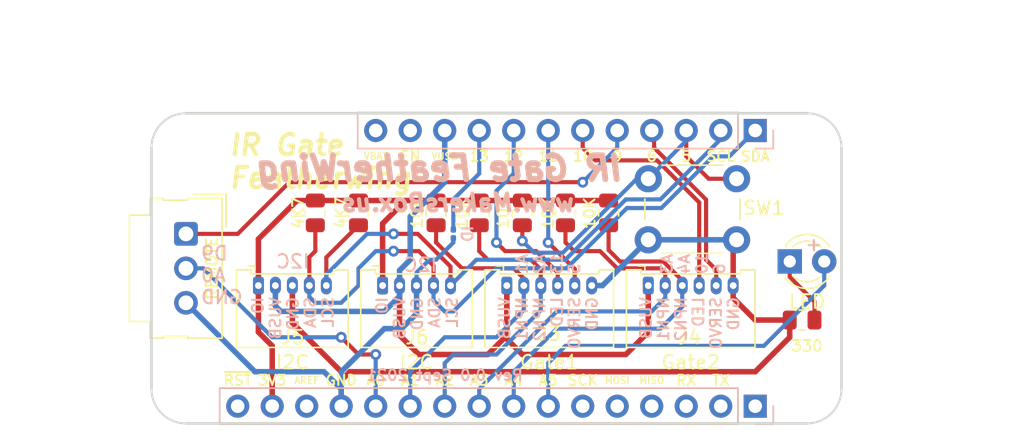
<source format=kicad_pcb>
(kicad_pcb (version 20171130) (host pcbnew "(5.1.10)-1")

  (general
    (thickness 1.6)
    (drawings 53)
    (tracks 209)
    (zones 0)
    (modules 22)
    (nets 30)
  )

  (page A4)
  (layers
    (0 F.Cu signal)
    (31 B.Cu signal)
    (32 B.Adhes user)
    (33 F.Adhes user)
    (34 B.Paste user)
    (35 F.Paste user)
    (36 B.SilkS user)
    (37 F.SilkS user)
    (38 B.Mask user)
    (39 F.Mask user)
    (40 Dwgs.User user)
    (41 Cmts.User user)
    (42 Eco1.User user)
    (43 Eco2.User user)
    (44 Edge.Cuts user)
    (45 Margin user)
    (46 B.CrtYd user)
    (47 F.CrtYd user)
    (48 B.Fab user)
    (49 F.Fab user)
  )

  (setup
    (last_trace_width 0.25)
    (user_trace_width 0.3048)
    (user_trace_width 0.4064)
    (trace_clearance 0.2)
    (zone_clearance 0.508)
    (zone_45_only no)
    (trace_min 0.2)
    (via_size 0.8)
    (via_drill 0.4)
    (via_min_size 0.4)
    (via_min_drill 0.3)
    (uvia_size 0.3)
    (uvia_drill 0.1)
    (uvias_allowed no)
    (uvia_min_size 0.2)
    (uvia_min_drill 0.1)
    (edge_width 0.15)
    (segment_width 0.2)
    (pcb_text_width 0.3)
    (pcb_text_size 1.5 1.5)
    (mod_edge_width 0.15)
    (mod_text_size 1 1)
    (mod_text_width 0.15)
    (pad_size 1.524 1.524)
    (pad_drill 0.762)
    (pad_to_mask_clearance 0)
    (aux_axis_origin 0 0)
    (visible_elements 7FFFFFFF)
    (pcbplotparams
      (layerselection 0x010f0_ffffffff)
      (usegerberextensions true)
      (usegerberattributes false)
      (usegerberadvancedattributes false)
      (creategerberjobfile false)
      (excludeedgelayer true)
      (linewidth 0.100000)
      (plotframeref false)
      (viasonmask false)
      (mode 1)
      (useauxorigin false)
      (hpglpennumber 1)
      (hpglpenspeed 20)
      (hpglpendiameter 15.000000)
      (psnegative false)
      (psa4output false)
      (plotreference true)
      (plotvalue true)
      (plotinvisibletext false)
      (padsonsilk false)
      (subtractmaskfromsilk false)
      (outputformat 1)
      (mirror false)
      (drillshape 0)
      (scaleselection 1)
      (outputdirectory "gerbers"))
  )

  (net 0 "")
  (net 1 /FREE)
  (net 2 /TX)
  (net 3 /RX)
  (net 4 /MISO)
  (net 5 /MOSI)
  (net 6 /SCK)
  (net 7 /A5)
  (net 8 /A4)
  (net 9 /A3)
  (net 10 /A2)
  (net 11 /A1)
  (net 12 /A0)
  (net 13 GND)
  (net 14 /AREF)
  (net 15 +3V3)
  (net 16 /~RST)
  (net 17 /SDA)
  (net 18 /SCL)
  (net 19 /VUSB)
  (net 20 /EN)
  (net 21 /VBAT)
  (net 22 /5)
  (net 23 /6)
  (net 24 /9)
  (net 25 /10)
  (net 26 /11)
  (net 27 /12)
  (net 28 /13)
  (net 29 "Net-(D1-Pad1)")

  (net_class Default "This is the default net class."
    (clearance 0.2)
    (trace_width 0.25)
    (via_dia 0.8)
    (via_drill 0.4)
    (uvia_dia 0.3)
    (uvia_drill 0.1)
    (add_net +3V3)
    (add_net /10)
    (add_net /11)
    (add_net /12)
    (add_net /13)
    (add_net /5)
    (add_net /6)
    (add_net /9)
    (add_net /A0)
    (add_net /A1)
    (add_net /A2)
    (add_net /A3)
    (add_net /A4)
    (add_net /A5)
    (add_net /AREF)
    (add_net /EN)
    (add_net /FREE)
    (add_net /MISO)
    (add_net /MOSI)
    (add_net /RX)
    (add_net /SCK)
    (add_net /SCL)
    (add_net /SDA)
    (add_net /TX)
    (add_net /VBAT)
    (add_net /VUSB)
    (add_net /~RST)
    (add_net GND)
    (add_net "Net-(D1-Pad1)")
  )

  (module Connector_Molex:Molex_SL_171971-0003_1x03_P2.54mm_Vertical (layer F.Cu) (tedit 5DA36613) (tstamp 614D5636)
    (at 27.94 34.29 270)
    (descr "Molex Stackable Linear Connector, 171971-0003 (compatible alternatives: 171971-0103, 171971-0203), 3 Pins per row (https://www.molex.com/pdm_docs/sd/1719710002_sd.pdf), generated with kicad-footprint-generator")
    (tags "connector Molex SL vertical")
    (path /616D2A88)
    (fp_text reference J7 (at 2.54 1.905 90) (layer F.SilkS) hide
      (effects (font (size 1 1) (thickness 0.15)))
    )
    (fp_text value REMOTE (at 2.54 -1.905 270) (layer F.SilkS)
      (effects (font (size 0.8 0.8) (thickness 0.15)))
    )
    (fp_line (start -2.5 -2.55) (end -2.5 -0.24) (layer F.Fab) (width 0.1))
    (fp_line (start -2.5 -0.24) (end -2.37 -0.24) (layer F.Fab) (width 0.1))
    (fp_line (start -2.37 -0.24) (end -2.37 1.79) (layer F.Fab) (width 0.1))
    (fp_line (start -2.37 1.79) (end -2.5 1.79) (layer F.Fab) (width 0.1))
    (fp_line (start -2.5 1.79) (end -2.5 2.55) (layer F.Fab) (width 0.1))
    (fp_line (start -2.5 2.55) (end 7.58 2.55) (layer F.Fab) (width 0.1))
    (fp_line (start 7.58 2.55) (end 7.58 1.79) (layer F.Fab) (width 0.1))
    (fp_line (start 7.58 1.79) (end 7.45 1.79) (layer F.Fab) (width 0.1))
    (fp_line (start 7.45 1.79) (end 7.45 -0.24) (layer F.Fab) (width 0.1))
    (fp_line (start 7.45 -0.24) (end 7.58 -0.24) (layer F.Fab) (width 0.1))
    (fp_line (start 7.58 -0.24) (end 7.58 -2.55) (layer F.Fab) (width 0.1))
    (fp_line (start 7.58 -2.55) (end -2.5 -2.55) (layer F.Fab) (width 0.1))
    (fp_line (start -1.27 2.55) (end -1.27 4.05) (layer F.Fab) (width 0.1))
    (fp_line (start -1.27 4.05) (end 6.35 4.05) (layer F.Fab) (width 0.1))
    (fp_line (start 6.35 4.05) (end 6.35 2.55) (layer F.Fab) (width 0.1))
    (fp_line (start -2.61 -2.66) (end -2.61 -0.13) (layer F.SilkS) (width 0.12))
    (fp_line (start -2.61 -0.13) (end -2.48 -0.13) (layer F.SilkS) (width 0.12))
    (fp_line (start -2.48 -0.13) (end -2.48 1.68) (layer F.SilkS) (width 0.12))
    (fp_line (start -2.48 1.68) (end -2.61 1.68) (layer F.SilkS) (width 0.12))
    (fp_line (start -2.61 1.68) (end -2.61 2.66) (layer F.SilkS) (width 0.12))
    (fp_line (start -2.61 2.66) (end -1.38 2.66) (layer F.SilkS) (width 0.12))
    (fp_line (start -1.38 2.66) (end -1.38 4.16) (layer F.SilkS) (width 0.12))
    (fp_line (start -1.38 4.16) (end 6.46 4.16) (layer F.SilkS) (width 0.12))
    (fp_line (start 6.46 4.16) (end 6.46 2.66) (layer F.SilkS) (width 0.12))
    (fp_line (start 6.46 2.66) (end 7.69 2.66) (layer F.SilkS) (width 0.12))
    (fp_line (start 7.69 2.66) (end 7.69 1.68) (layer F.SilkS) (width 0.12))
    (fp_line (start 7.69 1.68) (end 7.56 1.68) (layer F.SilkS) (width 0.12))
    (fp_line (start 7.56 1.68) (end 7.56 -0.13) (layer F.SilkS) (width 0.12))
    (fp_line (start 7.56 -0.13) (end 7.69 -0.13) (layer F.SilkS) (width 0.12))
    (fp_line (start 7.69 -0.13) (end 7.69 -2.66) (layer F.SilkS) (width 0.12))
    (fp_line (start 7.69 -2.66) (end -2.61 -2.66) (layer F.SilkS) (width 0.12))
    (fp_line (start -2.91 -0.55) (end -2.91 -2.96) (layer F.SilkS) (width 0.12))
    (fp_line (start -2.91 -2.96) (end -0.5 -2.96) (layer F.SilkS) (width 0.12))
    (fp_line (start 0.5 -2.55) (end 0 -1.842893) (layer F.Fab) (width 0.1))
    (fp_line (start 0 -1.842893) (end -0.5 -2.55) (layer F.Fab) (width 0.1))
    (fp_line (start -3 -3.05) (end -3 4.55) (layer F.CrtYd) (width 0.05))
    (fp_line (start -3 4.55) (end 8.08 4.55) (layer F.CrtYd) (width 0.05))
    (fp_line (start 8.08 4.55) (end 8.08 -3.05) (layer F.CrtYd) (width 0.05))
    (fp_line (start 8.08 -3.05) (end -3 -3.05) (layer F.CrtYd) (width 0.05))
    (fp_text user %R (at 2.54 1.85 90) (layer F.Fab)
      (effects (font (size 1 1) (thickness 0.15)))
    )
    (pad 3 thru_hole circle (at 5.08 0 270) (size 1.74 1.74) (drill 1.09) (layers *.Cu *.Mask)
      (net 13 GND))
    (pad 2 thru_hole circle (at 2.54 0 270) (size 1.74 1.74) (drill 1.09) (layers *.Cu *.Mask)
      (net 12 /A0))
    (pad 1 thru_hole roundrect (at 0 0 270) (size 1.74 1.74) (drill 1.09) (layers *.Cu *.Mask) (roundrect_rratio 0.1436775862068966)
      (net 24 /9))
    (model ${KISYS3DMOD}/Connector_Molex.3dshapes/Molex_SL_171971-0003_1x03_P2.54mm_Vertical.wrl
      (at (xyz 0 0 0))
      (scale (xyz 1 1 1))
      (rotate (xyz 0 0 0))
    )
  )

  (module Resistor_SMD:R_0201_0603Metric (layer B.Cu) (tedit 5F68FEEE) (tstamp 614B8750)
    (at 47.625 34.29 270)
    (descr "Resistor SMD 0201 (0603 Metric), square (rectangular) end terminal, IPC_7351 nominal, (Body size source: https://www.vishay.com/docs/20052/crcw0201e3.pdf), generated with kicad-footprint-generator")
    (tags resistor)
    (path /614F6872)
    (attr smd)
    (fp_text reference JP1 (at 0 1.05 90) (layer B.SilkS) hide
      (effects (font (size 1 1) (thickness 0.15)) (justify mirror))
    )
    (fp_text value ID (at 0 -1.05 90) (layer B.SilkS)
      (effects (font (size 0.8 0.8) (thickness 0.15)) (justify mirror))
    )
    (fp_line (start 0.7 -0.35) (end -0.7 -0.35) (layer B.CrtYd) (width 0.05))
    (fp_line (start 0.7 0.35) (end 0.7 -0.35) (layer B.CrtYd) (width 0.05))
    (fp_line (start -0.7 0.35) (end 0.7 0.35) (layer B.CrtYd) (width 0.05))
    (fp_line (start -0.7 -0.35) (end -0.7 0.35) (layer B.CrtYd) (width 0.05))
    (fp_line (start 0.3 -0.15) (end -0.3 -0.15) (layer B.Fab) (width 0.1))
    (fp_line (start 0.3 0.15) (end 0.3 -0.15) (layer B.Fab) (width 0.1))
    (fp_line (start -0.3 0.15) (end 0.3 0.15) (layer B.Fab) (width 0.1))
    (fp_line (start -0.3 -0.15) (end -0.3 0.15) (layer B.Fab) (width 0.1))
    (fp_text user %R (at 0 0.68 90) (layer B.Fab)
      (effects (font (size 0.25 0.25) (thickness 0.04)) (justify mirror))
    )
    (pad 2 smd roundrect (at 0.32 0 270) (size 0.46 0.4) (layers B.Cu B.Mask) (roundrect_rratio 0.25)
      (net 13 GND))
    (pad 1 smd roundrect (at -0.32 0 270) (size 0.46 0.4) (layers B.Cu B.Mask) (roundrect_rratio 0.25)
      (net 28 /13))
    (pad "" smd roundrect (at 0.345 0 270) (size 0.318 0.36) (layers B.Paste) (roundrect_rratio 0.25))
    (pad "" smd roundrect (at -0.345 0 270) (size 0.318 0.36) (layers B.Paste) (roundrect_rratio 0.25))
    (model ${KISYS3DMOD}/Resistor_SMD.3dshapes/R_0201_0603Metric.wrl
      (at (xyz 0 0 0))
      (scale (xyz 1 1 1))
      (rotate (xyz 0 0 0))
    )
  )

  (module Connector_PinHeader_2.54mm:PinHeader_1x12_P2.54mm_Vertical (layer B.Cu) (tedit 5D3772F5) (tstamp 5D4FBF76)
    (at 69.85 26.67 90)
    (descr "Through hole straight pin header, 1x12, 2.54mm pitch, single row")
    (tags "Through hole pin header THT 1x12 2.54mm single row")
    (path /5D375CC4)
    (fp_text reference J2 (at 0 2.33 90) (layer B.SilkS) hide
      (effects (font (size 1 1) (thickness 0.15)) (justify mirror))
    )
    (fp_text value "feather short" (at 0 -30.27 90) (layer B.Fab) hide
      (effects (font (size 1 1) (thickness 0.15)) (justify mirror))
    )
    (fp_line (start 1.8 1.8) (end -1.8 1.8) (layer B.CrtYd) (width 0.05))
    (fp_line (start 1.8 -29.75) (end 1.8 1.8) (layer B.CrtYd) (width 0.05))
    (fp_line (start -1.8 -29.75) (end 1.8 -29.75) (layer B.CrtYd) (width 0.05))
    (fp_line (start -1.8 1.8) (end -1.8 -29.75) (layer B.CrtYd) (width 0.05))
    (fp_line (start -1.33 1.33) (end 0 1.33) (layer B.SilkS) (width 0.12))
    (fp_line (start -1.33 0) (end -1.33 1.33) (layer B.SilkS) (width 0.12))
    (fp_line (start -1.33 -1.27) (end 1.33 -1.27) (layer B.SilkS) (width 0.12))
    (fp_line (start 1.33 -1.27) (end 1.33 -29.27) (layer B.SilkS) (width 0.12))
    (fp_line (start -1.33 -1.27) (end -1.33 -29.27) (layer B.SilkS) (width 0.12))
    (fp_line (start -1.33 -29.27) (end 1.33 -29.27) (layer B.SilkS) (width 0.12))
    (fp_line (start -1.27 0.635) (end -0.635 1.27) (layer B.Fab) (width 0.1))
    (fp_line (start -1.27 -29.21) (end -1.27 0.635) (layer B.Fab) (width 0.1))
    (fp_line (start 1.27 -29.21) (end -1.27 -29.21) (layer B.Fab) (width 0.1))
    (fp_line (start 1.27 1.27) (end 1.27 -29.21) (layer B.Fab) (width 0.1))
    (fp_line (start -0.635 1.27) (end 1.27 1.27) (layer B.Fab) (width 0.1))
    (fp_text user %R (at 0 -13.97) (layer B.Fab)
      (effects (font (size 1 1) (thickness 0.15)) (justify mirror))
    )
    (pad 1 thru_hole rect (at 0 0 90) (size 1.7 1.7) (drill 1) (layers *.Cu *.Mask)
      (net 17 /SDA))
    (pad 2 thru_hole oval (at 0 -2.54 90) (size 1.7 1.7) (drill 1) (layers *.Cu *.Mask)
      (net 18 /SCL))
    (pad 3 thru_hole oval (at 0 -5.08 90) (size 1.7 1.7) (drill 1) (layers *.Cu *.Mask)
      (net 22 /5))
    (pad 4 thru_hole oval (at 0 -7.62 90) (size 1.7 1.7) (drill 1) (layers *.Cu *.Mask)
      (net 23 /6))
    (pad 5 thru_hole oval (at 0 -10.16 90) (size 1.7 1.7) (drill 1) (layers *.Cu *.Mask)
      (net 24 /9))
    (pad 6 thru_hole oval (at 0 -12.7 90) (size 1.7 1.7) (drill 1) (layers *.Cu *.Mask)
      (net 25 /10))
    (pad 7 thru_hole oval (at 0 -15.24 90) (size 1.7 1.7) (drill 1) (layers *.Cu *.Mask)
      (net 26 /11))
    (pad 8 thru_hole oval (at 0 -17.78 90) (size 1.7 1.7) (drill 1) (layers *.Cu *.Mask)
      (net 27 /12))
    (pad 9 thru_hole oval (at 0 -20.32 90) (size 1.7 1.7) (drill 1) (layers *.Cu *.Mask)
      (net 28 /13))
    (pad 10 thru_hole oval (at 0 -22.86 90) (size 1.7 1.7) (drill 1) (layers *.Cu *.Mask)
      (net 19 /VUSB))
    (pad 11 thru_hole oval (at 0 -25.4 90) (size 1.7 1.7) (drill 1) (layers *.Cu *.Mask)
      (net 20 /EN))
    (pad 12 thru_hole oval (at 0 -27.94 90) (size 1.7 1.7) (drill 1) (layers *.Cu *.Mask)
      (net 21 /VBAT))
    (model ${KISYS3DMOD}/Connector_PinHeader_2.54mm.3dshapes/PinHeader_1x12_P2.54mm_Vertical.wrl
      (at (xyz 0 0 0))
      (scale (xyz 1 1 1))
      (rotate (xyz 0 0 0))
    )
  )

  (module Resistor_SMD:R_0805_2012Metric (layer F.Cu) (tedit 614A5E5E) (tstamp 614AAD0E)
    (at 40.64 32.7425 90)
    (descr "Resistor SMD 0805 (2012 Metric), square (rectangular) end terminal, IPC_7351 nominal, (Body size source: IPC-SM-782 page 72, https://www.pcb-3d.com/wordpress/wp-content/uploads/ipc-sm-782a_amendment_1_and_2.pdf), generated with kicad-footprint-generator")
    (tags resistor)
    (path /614E23B9)
    (attr smd)
    (fp_text reference R1 (at -2.54 0 90) (layer F.SilkS) hide
      (effects (font (size 1 1) (thickness 0.15)))
    )
    (fp_text value 4K7 (at 0 -1.27 90) (layer F.SilkS)
      (effects (font (size 0.8 0.8) (thickness 0.15)))
    )
    (fp_line (start 1.68 0.95) (end -1.68 0.95) (layer F.CrtYd) (width 0.05))
    (fp_line (start 1.68 -0.95) (end 1.68 0.95) (layer F.CrtYd) (width 0.05))
    (fp_line (start -1.68 -0.95) (end 1.68 -0.95) (layer F.CrtYd) (width 0.05))
    (fp_line (start -1.68 0.95) (end -1.68 -0.95) (layer F.CrtYd) (width 0.05))
    (fp_line (start -0.227064 0.735) (end 0.227064 0.735) (layer F.SilkS) (width 0.12))
    (fp_line (start -0.227064 -0.735) (end 0.227064 -0.735) (layer F.SilkS) (width 0.12))
    (fp_line (start 1 0.625) (end -1 0.625) (layer F.Fab) (width 0.1))
    (fp_line (start 1 -0.625) (end 1 0.625) (layer F.Fab) (width 0.1))
    (fp_line (start -1 -0.625) (end 1 -0.625) (layer F.Fab) (width 0.1))
    (fp_line (start -1 0.625) (end -1 -0.625) (layer F.Fab) (width 0.1))
    (fp_text user %R (at 0 0 90) (layer F.Fab)
      (effects (font (size 0.5 0.5) (thickness 0.08)))
    )
    (pad 1 smd roundrect (at -0.9125 0 90) (size 1.025 1.4) (layers F.Cu F.Paste F.Mask) (roundrect_rratio 0.2439004878048781)
      (net 18 /SCL))
    (pad 2 smd roundrect (at 0.9125 0 90) (size 1.025 1.4) (layers F.Cu F.Paste F.Mask) (roundrect_rratio 0.2439004878048781)
      (net 15 +3V3))
    (model ${KISYS3DMOD}/Resistor_SMD.3dshapes/R_0805_2012Metric.wrl
      (at (xyz 0 0 0))
      (scale (xyz 1 1 1))
      (rotate (xyz 0 0 0))
    )
  )

  (module Connector_Molex:Molex_PicoBlade_53048-0510_1x05_P1.25mm_Horizontal (layer F.Cu) (tedit 5B783024) (tstamp 614ADDA0)
    (at 42.418 38.1)
    (descr "Molex PicoBlade Connector System, 53048-0510, 5 Pins per row (http://www.molex.com/pdm_docs/sd/530480210_sd.pdf), generated with kicad-footprint-generator")
    (tags "connector Molex PicoBlade top entry")
    (path /6158E3E8)
    (fp_text reference J6 (at 2.54 3.81) (layer F.SilkS)
      (effects (font (size 1 1) (thickness 0.15)))
    )
    (fp_text value I2C (at 2.5 5.65) (layer F.SilkS)
      (effects (font (size 1 1) (thickness 0.15)))
    )
    (fp_line (start -0.25 -1.15) (end -0.25 -1.45) (layer F.SilkS) (width 0.12))
    (fp_line (start -0.25 -1.45) (end -0.75 -1.45) (layer F.SilkS) (width 0.12))
    (fp_line (start -0.5 -0.75) (end 0 -0.042893) (layer F.Fab) (width 0.1))
    (fp_line (start 0 -0.042893) (end 0.5 -0.75) (layer F.Fab) (width 0.1))
    (fp_line (start 2.5 -1.25) (end -0.15 -1.25) (layer F.CrtYd) (width 0.05))
    (fp_line (start -0.15 -1.25) (end -0.15 -1.55) (layer F.CrtYd) (width 0.05))
    (fp_line (start -0.15 -1.55) (end -2 -1.55) (layer F.CrtYd) (width 0.05))
    (fp_line (start -2 -1.55) (end -2 4.95) (layer F.CrtYd) (width 0.05))
    (fp_line (start -2 4.95) (end 2.5 4.95) (layer F.CrtYd) (width 0.05))
    (fp_line (start 2.5 -1.25) (end 5.15 -1.25) (layer F.CrtYd) (width 0.05))
    (fp_line (start 5.15 -1.25) (end 5.15 -1.55) (layer F.CrtYd) (width 0.05))
    (fp_line (start 5.15 -1.55) (end 7 -1.55) (layer F.CrtYd) (width 0.05))
    (fp_line (start 7 -1.55) (end 7 4.95) (layer F.CrtYd) (width 0.05))
    (fp_line (start 7 4.95) (end 2.5 4.95) (layer F.CrtYd) (width 0.05))
    (fp_line (start 2.5 -0.75) (end -0.65 -0.75) (layer F.Fab) (width 0.1))
    (fp_line (start -0.65 -0.75) (end -0.65 -1.05) (layer F.Fab) (width 0.1))
    (fp_line (start -0.65 -1.05) (end -1.5 -1.05) (layer F.Fab) (width 0.1))
    (fp_line (start -1.5 -1.05) (end -1.5 4.45) (layer F.Fab) (width 0.1))
    (fp_line (start -1.5 4.45) (end 2.5 4.45) (layer F.Fab) (width 0.1))
    (fp_line (start 2.5 -0.75) (end 5.65 -0.75) (layer F.Fab) (width 0.1))
    (fp_line (start 5.65 -0.75) (end 5.65 -1.05) (layer F.Fab) (width 0.1))
    (fp_line (start 5.65 -1.05) (end 6.5 -1.05) (layer F.Fab) (width 0.1))
    (fp_line (start 6.5 -1.05) (end 6.5 4.45) (layer F.Fab) (width 0.1))
    (fp_line (start 6.5 4.45) (end 2.5 4.45) (layer F.Fab) (width 0.1))
    (fp_line (start 2.5 -0.86) (end -0.54 -0.86) (layer F.SilkS) (width 0.12))
    (fp_line (start -0.54 -0.86) (end -0.54 -1.16) (layer F.SilkS) (width 0.12))
    (fp_line (start -0.54 -1.16) (end -1.61 -1.16) (layer F.SilkS) (width 0.12))
    (fp_line (start -1.61 -1.16) (end -1.61 4.56) (layer F.SilkS) (width 0.12))
    (fp_line (start -1.61 4.56) (end 2.5 4.56) (layer F.SilkS) (width 0.12))
    (fp_line (start 2.5 -0.86) (end 5.54 -0.86) (layer F.SilkS) (width 0.12))
    (fp_line (start 5.54 -0.86) (end 5.54 -1.16) (layer F.SilkS) (width 0.12))
    (fp_line (start 5.54 -1.16) (end 6.61 -1.16) (layer F.SilkS) (width 0.12))
    (fp_line (start 6.61 -1.16) (end 6.61 4.56) (layer F.SilkS) (width 0.12))
    (fp_line (start 6.61 4.56) (end 2.5 4.56) (layer F.SilkS) (width 0.12))
    (fp_text user %R (at 2.5 3.75) (layer F.Fab)
      (effects (font (size 1 1) (thickness 0.15)))
    )
    (pad 5 thru_hole oval (at 5 0) (size 0.8 1.3) (drill 0.5) (layers *.Cu *.Mask)
      (net 18 /SCL))
    (pad 4 thru_hole oval (at 3.75 0) (size 0.8 1.3) (drill 0.5) (layers *.Cu *.Mask)
      (net 17 /SDA))
    (pad 3 thru_hole oval (at 2.5 0) (size 0.8 1.3) (drill 0.5) (layers *.Cu *.Mask)
      (net 13 GND))
    (pad 2 thru_hole oval (at 1.25 0) (size 0.8 1.3) (drill 0.5) (layers *.Cu *.Mask)
      (net 19 /VUSB))
    (pad 1 thru_hole roundrect (at 0 0) (size 0.8 1.3) (drill 0.5) (layers *.Cu *.Mask) (roundrect_rratio 0.25)
      (net 15 +3V3))
    (model ${KISYS3DMOD}/Connector_Molex.3dshapes/Molex_PicoBlade_53048-0510_1x05_P1.25mm_Horizontal.wrl
      (at (xyz 0 0 0))
      (scale (xyz 1 1 1))
      (rotate (xyz 0 0 0))
    )
  )

  (module MountingHole:MountingHole_2.7mm_M2.5 locked (layer F.Cu) (tedit 5D377204) (tstamp 5D4FBE97)
    (at 73.66 27.94)
    (descr "Mounting Hole 2.7mm, no annular, M2.5")
    (tags "mounting hole 2.7mm no annular m2.5")
    (attr virtual)
    (fp_text reference REF** (at 0 -3.7) (layer F.SilkS) hide
      (effects (font (size 1 1) (thickness 0.15)))
    )
    (fp_text value MountingHole_2.7mm_M2.5 (at 0 3.7) (layer F.Fab) hide
      (effects (font (size 1 1) (thickness 0.15)))
    )
    (fp_circle (center 0 0) (end 2.95 0) (layer F.CrtYd) (width 0.05))
    (fp_circle (center 0 0) (end 2.7 0) (layer Cmts.User) (width 0.15))
    (fp_text user %R (at 0.3 0) (layer F.Fab) hide
      (effects (font (size 1 1) (thickness 0.15)))
    )
    (pad 1 np_thru_hole circle (at 0 0) (size 2.7 2.7) (drill 2.7) (layers *.Cu *.Mask))
  )

  (module MountingHole:MountingHole_2.7mm_M2.5 locked (layer F.Cu) (tedit 5D377204) (tstamp 5D4FBE89)
    (at 73.66 45.72)
    (descr "Mounting Hole 2.7mm, no annular, M2.5")
    (tags "mounting hole 2.7mm no annular m2.5")
    (attr virtual)
    (fp_text reference REF** (at 0 -3.7) (layer F.SilkS) hide
      (effects (font (size 1 1) (thickness 0.15)))
    )
    (fp_text value MountingHole_2.7mm_M2.5 (at 0 3.7) (layer F.Fab) hide
      (effects (font (size 1 1) (thickness 0.15)))
    )
    (fp_circle (center 0 0) (end 2.7 0) (layer Cmts.User) (width 0.15))
    (fp_circle (center 0 0) (end 2.95 0) (layer F.CrtYd) (width 0.05))
    (fp_text user %R (at 0.3 0) (layer F.Fab) hide
      (effects (font (size 1 1) (thickness 0.15)))
    )
    (pad 1 np_thru_hole circle (at 0 0) (size 2.7 2.7) (drill 2.7) (layers *.Cu *.Mask))
  )

  (module MountingHole:MountingHole_2.7mm_M2.5 locked (layer F.Cu) (tedit 5D377204) (tstamp 5D4FBE7B)
    (at 27.94 45.72)
    (descr "Mounting Hole 2.7mm, no annular, M2.5")
    (tags "mounting hole 2.7mm no annular m2.5")
    (attr virtual)
    (fp_text reference REF** (at 0 -3.7) (layer F.SilkS) hide
      (effects (font (size 1 1) (thickness 0.15)))
    )
    (fp_text value MountingHole_2.7mm_M2.5 (at 0 3.7) (layer F.Fab) hide
      (effects (font (size 1 1) (thickness 0.15)))
    )
    (fp_circle (center 0 0) (end 2.95 0) (layer F.CrtYd) (width 0.05))
    (fp_circle (center 0 0) (end 2.7 0) (layer Cmts.User) (width 0.15))
    (fp_text user %R (at 0.3 0) (layer F.Fab) hide
      (effects (font (size 1 1) (thickness 0.15)))
    )
    (pad 1 np_thru_hole circle (at 0 0) (size 2.7 2.7) (drill 2.7) (layers *.Cu *.Mask))
  )

  (module MountingHole:MountingHole_2.7mm_M2.5 locked (layer F.Cu) (tedit 5D377204) (tstamp 5D4FBE61)
    (at 27.94 27.94)
    (descr "Mounting Hole 2.7mm, no annular, M2.5")
    (tags "mounting hole 2.7mm no annular m2.5")
    (attr virtual)
    (fp_text reference REF** (at 0 -3.7) (layer F.SilkS) hide
      (effects (font (size 1 1) (thickness 0.15)))
    )
    (fp_text value MountingHole_2.7mm_M2.5 (at 0 3.7) (layer F.Fab) hide
      (effects (font (size 1 1) (thickness 0.15)))
    )
    (fp_circle (center 0 0) (end 2.7 0) (layer Cmts.User) (width 0.15))
    (fp_circle (center 0 0) (end 2.95 0) (layer F.CrtYd) (width 0.05))
    (fp_text user %R (at 0.3 0) (layer F.Fab) hide
      (effects (font (size 1 1) (thickness 0.15)))
    )
    (pad 1 np_thru_hole circle (at 0 0) (size 2.7 2.7) (drill 2.7) (layers *.Cu *.Mask))
  )

  (module Connector_PinHeader_2.54mm:PinHeader_1x16_P2.54mm_Vertical (layer B.Cu) (tedit 5D3772F9) (tstamp 5D4FBF56)
    (at 69.85 46.99 90)
    (descr "Through hole straight pin header, 1x16, 2.54mm pitch, single row")
    (tags "Through hole pin header THT 1x16 2.54mm single row")
    (path /5D375C76)
    (fp_text reference J1 (at 0 2.33 90) (layer B.SilkS) hide
      (effects (font (size 1 1) (thickness 0.15)) (justify mirror))
    )
    (fp_text value "feather long" (at 0 -40.43 90) (layer B.Fab) hide
      (effects (font (size 1 1) (thickness 0.15)) (justify mirror))
    )
    (fp_line (start 1.8 1.8) (end -1.8 1.8) (layer B.CrtYd) (width 0.05))
    (fp_line (start 1.8 -39.9) (end 1.8 1.8) (layer B.CrtYd) (width 0.05))
    (fp_line (start -1.8 -39.9) (end 1.8 -39.9) (layer B.CrtYd) (width 0.05))
    (fp_line (start -1.8 1.8) (end -1.8 -39.9) (layer B.CrtYd) (width 0.05))
    (fp_line (start -1.33 1.33) (end 0 1.33) (layer B.SilkS) (width 0.12))
    (fp_line (start -1.33 0) (end -1.33 1.33) (layer B.SilkS) (width 0.12))
    (fp_line (start -1.33 -1.27) (end 1.33 -1.27) (layer B.SilkS) (width 0.12))
    (fp_line (start 1.33 -1.27) (end 1.33 -39.43) (layer B.SilkS) (width 0.12))
    (fp_line (start -1.33 -1.27) (end -1.33 -39.43) (layer B.SilkS) (width 0.12))
    (fp_line (start -1.33 -39.43) (end 1.33 -39.43) (layer B.SilkS) (width 0.12))
    (fp_line (start -1.27 0.635) (end -0.635 1.27) (layer B.Fab) (width 0.1))
    (fp_line (start -1.27 -39.37) (end -1.27 0.635) (layer B.Fab) (width 0.1))
    (fp_line (start 1.27 -39.37) (end -1.27 -39.37) (layer B.Fab) (width 0.1))
    (fp_line (start 1.27 1.27) (end 1.27 -39.37) (layer B.Fab) (width 0.1))
    (fp_line (start -0.635 1.27) (end 1.27 1.27) (layer B.Fab) (width 0.1))
    (fp_text user %R (at 0 -19.05) (layer B.Fab)
      (effects (font (size 1 1) (thickness 0.15)) (justify mirror))
    )
    (pad 1 thru_hole rect (at 0 0 90) (size 1.7 1.7) (drill 1) (layers *.Cu *.Mask)
      (net 1 /FREE))
    (pad 2 thru_hole oval (at 0 -2.54 90) (size 1.7 1.7) (drill 1) (layers *.Cu *.Mask)
      (net 2 /TX))
    (pad 3 thru_hole oval (at 0 -5.08 90) (size 1.7 1.7) (drill 1) (layers *.Cu *.Mask)
      (net 3 /RX))
    (pad 4 thru_hole oval (at 0 -7.62 90) (size 1.7 1.7) (drill 1) (layers *.Cu *.Mask)
      (net 4 /MISO))
    (pad 5 thru_hole oval (at 0 -10.16 90) (size 1.7 1.7) (drill 1) (layers *.Cu *.Mask)
      (net 5 /MOSI))
    (pad 6 thru_hole oval (at 0 -12.7 90) (size 1.7 1.7) (drill 1) (layers *.Cu *.Mask)
      (net 6 /SCK))
    (pad 7 thru_hole oval (at 0 -15.24 90) (size 1.7 1.7) (drill 1) (layers *.Cu *.Mask)
      (net 7 /A5))
    (pad 8 thru_hole oval (at 0 -17.78 90) (size 1.7 1.7) (drill 1) (layers *.Cu *.Mask)
      (net 8 /A4))
    (pad 9 thru_hole oval (at 0 -20.32 90) (size 1.7 1.7) (drill 1) (layers *.Cu *.Mask)
      (net 9 /A3))
    (pad 10 thru_hole oval (at 0 -22.86 90) (size 1.7 1.7) (drill 1) (layers *.Cu *.Mask)
      (net 10 /A2))
    (pad 11 thru_hole oval (at 0 -25.4 90) (size 1.7 1.7) (drill 1) (layers *.Cu *.Mask)
      (net 11 /A1))
    (pad 12 thru_hole oval (at 0 -27.94 90) (size 1.7 1.7) (drill 1) (layers *.Cu *.Mask)
      (net 12 /A0))
    (pad 13 thru_hole oval (at 0 -30.48 90) (size 1.7 1.7) (drill 1) (layers *.Cu *.Mask)
      (net 13 GND))
    (pad 14 thru_hole oval (at 0 -33.02 90) (size 1.7 1.7) (drill 1) (layers *.Cu *.Mask)
      (net 14 /AREF))
    (pad 15 thru_hole oval (at 0 -35.56 90) (size 1.7 1.7) (drill 1) (layers *.Cu *.Mask)
      (net 15 +3V3))
    (pad 16 thru_hole oval (at 0 -38.1 90) (size 1.7 1.7) (drill 1) (layers *.Cu *.Mask)
      (net 16 /~RST))
    (model ${KISYS3DMOD}/Connector_PinHeader_2.54mm.3dshapes/PinHeader_1x16_P2.54mm_Vertical.wrl
      (at (xyz 0 0 0))
      (scale (xyz 1 1 1))
      (rotate (xyz 0 0 0))
    )
  )

  (module LED_THT:LED_D3.0mm (layer F.Cu) (tedit 587A3A7B) (tstamp 614A8E7F)
    (at 72.39 36.322)
    (descr "LED, diameter 3.0mm, 2 pins")
    (tags "LED diameter 3.0mm 2 pins")
    (path /614B7561)
    (fp_text reference D1 (at 1.27 -2.96) (layer F.SilkS) hide
      (effects (font (size 1 1) (thickness 0.15)))
    )
    (fp_text value LED (at 1.27 2.96) (layer F.SilkS)
      (effects (font (size 1 1) (thickness 0.15)))
    )
    (fp_line (start 3.7 -2.25) (end -1.15 -2.25) (layer F.CrtYd) (width 0.05))
    (fp_line (start 3.7 2.25) (end 3.7 -2.25) (layer F.CrtYd) (width 0.05))
    (fp_line (start -1.15 2.25) (end 3.7 2.25) (layer F.CrtYd) (width 0.05))
    (fp_line (start -1.15 -2.25) (end -1.15 2.25) (layer F.CrtYd) (width 0.05))
    (fp_line (start -0.29 1.08) (end -0.29 1.236) (layer F.SilkS) (width 0.12))
    (fp_line (start -0.29 -1.236) (end -0.29 -1.08) (layer F.SilkS) (width 0.12))
    (fp_line (start -0.23 -1.16619) (end -0.23 1.16619) (layer F.Fab) (width 0.1))
    (fp_circle (center 1.27 0) (end 2.77 0) (layer F.Fab) (width 0.1))
    (fp_arc (start 1.27 0) (end -0.23 -1.16619) (angle 284.3) (layer F.Fab) (width 0.1))
    (fp_arc (start 1.27 0) (end -0.29 -1.235516) (angle 108.8) (layer F.SilkS) (width 0.12))
    (fp_arc (start 1.27 0) (end -0.29 1.235516) (angle -108.8) (layer F.SilkS) (width 0.12))
    (fp_arc (start 1.27 0) (end 0.229039 -1.08) (angle 87.9) (layer F.SilkS) (width 0.12))
    (fp_arc (start 1.27 0) (end 0.229039 1.08) (angle -87.9) (layer F.SilkS) (width 0.12))
    (pad 1 thru_hole rect (at 0 0) (size 1.8 1.8) (drill 0.9) (layers *.Cu *.Mask)
      (net 29 "Net-(D1-Pad1)"))
    (pad 2 thru_hole circle (at 2.54 0) (size 1.8 1.8) (drill 0.9) (layers *.Cu *.Mask)
      (net 7 /A5))
    (model ${KISYS3DMOD}/LED_THT.3dshapes/LED_D3.0mm.wrl
      (at (xyz 0 0 0))
      (scale (xyz 1 1 1))
      (rotate (xyz 0 0 0))
    )
  )

  (module Resistor_SMD:R_0805_2012Metric (layer F.Cu) (tedit 5F68FEEE) (tstamp 614B4FD6)
    (at 37.465 32.7425 90)
    (descr "Resistor SMD 0805 (2012 Metric), square (rectangular) end terminal, IPC_7351 nominal, (Body size source: IPC-SM-782 page 72, https://www.pcb-3d.com/wordpress/wp-content/uploads/ipc-sm-782a_amendment_1_and_2.pdf), generated with kicad-footprint-generator")
    (tags resistor)
    (path /614E1C7A)
    (attr smd)
    (fp_text reference R2 (at -2.54 0 90) (layer F.SilkS) hide
      (effects (font (size 1 1) (thickness 0.15)))
    )
    (fp_text value 4K7 (at 0 -1.27 90) (layer F.SilkS)
      (effects (font (size 0.8 0.8) (thickness 0.15)))
    )
    (fp_line (start -1 0.625) (end -1 -0.625) (layer F.Fab) (width 0.1))
    (fp_line (start -1 -0.625) (end 1 -0.625) (layer F.Fab) (width 0.1))
    (fp_line (start 1 -0.625) (end 1 0.625) (layer F.Fab) (width 0.1))
    (fp_line (start 1 0.625) (end -1 0.625) (layer F.Fab) (width 0.1))
    (fp_line (start -0.227064 -0.735) (end 0.227064 -0.735) (layer F.SilkS) (width 0.12))
    (fp_line (start -0.227064 0.735) (end 0.227064 0.735) (layer F.SilkS) (width 0.12))
    (fp_line (start -1.68 0.95) (end -1.68 -0.95) (layer F.CrtYd) (width 0.05))
    (fp_line (start -1.68 -0.95) (end 1.68 -0.95) (layer F.CrtYd) (width 0.05))
    (fp_line (start 1.68 -0.95) (end 1.68 0.95) (layer F.CrtYd) (width 0.05))
    (fp_line (start 1.68 0.95) (end -1.68 0.95) (layer F.CrtYd) (width 0.05))
    (fp_text user %R (at 0 0 90) (layer F.Fab)
      (effects (font (size 0.5 0.5) (thickness 0.08)))
    )
    (pad 2 smd roundrect (at 0.9125 0 90) (size 1.025 1.4) (layers F.Cu F.Paste F.Mask) (roundrect_rratio 0.2439004878048781)
      (net 15 +3V3))
    (pad 1 smd roundrect (at -0.9125 0 90) (size 1.025 1.4) (layers F.Cu F.Paste F.Mask) (roundrect_rratio 0.2439004878048781)
      (net 17 /SDA))
    (model ${KISYS3DMOD}/Resistor_SMD.3dshapes/R_0805_2012Metric.wrl
      (at (xyz 0 0 0))
      (scale (xyz 1 1 1))
      (rotate (xyz 0 0 0))
    )
  )

  (module Resistor_SMD:R_0805_2012Metric (layer F.Cu) (tedit 5F68FEEE) (tstamp 614B59E8)
    (at 73.3025 40.64 180)
    (descr "Resistor SMD 0805 (2012 Metric), square (rectangular) end terminal, IPC_7351 nominal, (Body size source: IPC-SM-782 page 72, https://www.pcb-3d.com/wordpress/wp-content/uploads/ipc-sm-782a_amendment_1_and_2.pdf), generated with kicad-footprint-generator")
    (tags resistor)
    (path /614B8722)
    (attr smd)
    (fp_text reference R3 (at -2.3895 0.127) (layer F.SilkS) hide
      (effects (font (size 1 1) (thickness 0.15)))
    )
    (fp_text value 330 (at -0.3575 -1.905) (layer F.SilkS)
      (effects (font (size 0.8 0.8) (thickness 0.15)))
    )
    (fp_line (start 1.68 0.95) (end -1.68 0.95) (layer F.CrtYd) (width 0.05))
    (fp_line (start 1.68 -0.95) (end 1.68 0.95) (layer F.CrtYd) (width 0.05))
    (fp_line (start -1.68 -0.95) (end 1.68 -0.95) (layer F.CrtYd) (width 0.05))
    (fp_line (start -1.68 0.95) (end -1.68 -0.95) (layer F.CrtYd) (width 0.05))
    (fp_line (start -0.227064 0.735) (end 0.227064 0.735) (layer F.SilkS) (width 0.12))
    (fp_line (start -0.227064 -0.735) (end 0.227064 -0.735) (layer F.SilkS) (width 0.12))
    (fp_line (start 1 0.625) (end -1 0.625) (layer F.Fab) (width 0.1))
    (fp_line (start 1 -0.625) (end 1 0.625) (layer F.Fab) (width 0.1))
    (fp_line (start -1 -0.625) (end 1 -0.625) (layer F.Fab) (width 0.1))
    (fp_line (start -1 0.625) (end -1 -0.625) (layer F.Fab) (width 0.1))
    (fp_text user %R (at 0 0) (layer F.Fab)
      (effects (font (size 0.5 0.5) (thickness 0.08)))
    )
    (pad 1 smd roundrect (at -0.9125 0 180) (size 1.025 1.4) (layers F.Cu F.Paste F.Mask) (roundrect_rratio 0.2439004878048781)
      (net 29 "Net-(D1-Pad1)"))
    (pad 2 smd roundrect (at 0.9125 0 180) (size 1.025 1.4) (layers F.Cu F.Paste F.Mask) (roundrect_rratio 0.2439004878048781)
      (net 13 GND))
    (model ${KISYS3DMOD}/Resistor_SMD.3dshapes/R_0805_2012Metric.wrl
      (at (xyz 0 0 0))
      (scale (xyz 1 1 1))
      (rotate (xyz 0 0 0))
    )
  )

  (module Resistor_SMD:R_0805_2012Metric (layer F.Cu) (tedit 5F68FEEE) (tstamp 614B5B75)
    (at 52.705 32.7425 90)
    (descr "Resistor SMD 0805 (2012 Metric), square (rectangular) end terminal, IPC_7351 nominal, (Body size source: IPC-SM-782 page 72, https://www.pcb-3d.com/wordpress/wp-content/uploads/ipc-sm-782a_amendment_1_and_2.pdf), generated with kicad-footprint-generator")
    (tags resistor)
    (path /61507CEB)
    (attr smd)
    (fp_text reference R4 (at 2.5165 0.127 90) (layer F.SilkS) hide
      (effects (font (size 1 1) (thickness 0.15)))
    )
    (fp_text value 10K (at 0 -1.397 90) (layer F.SilkS)
      (effects (font (size 0.8 0.8) (thickness 0.15)))
    )
    (fp_line (start 1.68 0.95) (end -1.68 0.95) (layer F.CrtYd) (width 0.05))
    (fp_line (start 1.68 -0.95) (end 1.68 0.95) (layer F.CrtYd) (width 0.05))
    (fp_line (start -1.68 -0.95) (end 1.68 -0.95) (layer F.CrtYd) (width 0.05))
    (fp_line (start -1.68 0.95) (end -1.68 -0.95) (layer F.CrtYd) (width 0.05))
    (fp_line (start -0.227064 0.735) (end 0.227064 0.735) (layer F.SilkS) (width 0.12))
    (fp_line (start -0.227064 -0.735) (end 0.227064 -0.735) (layer F.SilkS) (width 0.12))
    (fp_line (start 1 0.625) (end -1 0.625) (layer F.Fab) (width 0.1))
    (fp_line (start 1 -0.625) (end 1 0.625) (layer F.Fab) (width 0.1))
    (fp_line (start -1 -0.625) (end 1 -0.625) (layer F.Fab) (width 0.1))
    (fp_line (start -1 0.625) (end -1 -0.625) (layer F.Fab) (width 0.1))
    (fp_text user %R (at 0 0 90) (layer F.Fab)
      (effects (font (size 0.5 0.5) (thickness 0.08)))
    )
    (pad 1 smd roundrect (at -0.9125 0 90) (size 1.025 1.4) (layers F.Cu F.Paste F.Mask) (roundrect_rratio 0.2439004878048781)
      (net 22 /5))
    (pad 2 smd roundrect (at 0.9125 0 90) (size 1.025 1.4) (layers F.Cu F.Paste F.Mask) (roundrect_rratio 0.2439004878048781)
      (net 15 +3V3))
    (model ${KISYS3DMOD}/Resistor_SMD.3dshapes/R_0805_2012Metric.wrl
      (at (xyz 0 0 0))
      (scale (xyz 1 1 1))
      (rotate (xyz 0 0 0))
    )
  )

  (module Button_Switch_THT:SW_PUSH_6mm (layer F.Cu) (tedit 5A02FE31) (tstamp 614A97CE)
    (at 61.976 30.226)
    (descr https://www.omron.com/ecb/products/pdf/en-b3f.pdf)
    (tags "tact sw push 6mm")
    (path /61504EC7)
    (fp_text reference SW1 (at 8.509 2.159) (layer F.SilkS)
      (effects (font (size 1 1) (thickness 0.15)))
    )
    (fp_text value SW_Push (at 3.75 6.7) (layer F.Fab)
      (effects (font (size 1 1) (thickness 0.15)))
    )
    (fp_circle (center 3.25 2.25) (end 1.25 2.5) (layer F.Fab) (width 0.1))
    (fp_line (start 6.75 3) (end 6.75 1.5) (layer F.SilkS) (width 0.12))
    (fp_line (start 5.5 -1) (end 1 -1) (layer F.SilkS) (width 0.12))
    (fp_line (start -0.25 1.5) (end -0.25 3) (layer F.SilkS) (width 0.12))
    (fp_line (start 1 5.5) (end 5.5 5.5) (layer F.SilkS) (width 0.12))
    (fp_line (start 8 -1.25) (end 8 5.75) (layer F.CrtYd) (width 0.05))
    (fp_line (start 7.75 6) (end -1.25 6) (layer F.CrtYd) (width 0.05))
    (fp_line (start -1.5 5.75) (end -1.5 -1.25) (layer F.CrtYd) (width 0.05))
    (fp_line (start -1.25 -1.5) (end 7.75 -1.5) (layer F.CrtYd) (width 0.05))
    (fp_line (start -1.5 6) (end -1.25 6) (layer F.CrtYd) (width 0.05))
    (fp_line (start -1.5 5.75) (end -1.5 6) (layer F.CrtYd) (width 0.05))
    (fp_line (start -1.5 -1.5) (end -1.25 -1.5) (layer F.CrtYd) (width 0.05))
    (fp_line (start -1.5 -1.25) (end -1.5 -1.5) (layer F.CrtYd) (width 0.05))
    (fp_line (start 8 -1.5) (end 8 -1.25) (layer F.CrtYd) (width 0.05))
    (fp_line (start 7.75 -1.5) (end 8 -1.5) (layer F.CrtYd) (width 0.05))
    (fp_line (start 8 6) (end 8 5.75) (layer F.CrtYd) (width 0.05))
    (fp_line (start 7.75 6) (end 8 6) (layer F.CrtYd) (width 0.05))
    (fp_line (start 0.25 -0.75) (end 3.25 -0.75) (layer F.Fab) (width 0.1))
    (fp_line (start 0.25 5.25) (end 0.25 -0.75) (layer F.Fab) (width 0.1))
    (fp_line (start 6.25 5.25) (end 0.25 5.25) (layer F.Fab) (width 0.1))
    (fp_line (start 6.25 -0.75) (end 6.25 5.25) (layer F.Fab) (width 0.1))
    (fp_line (start 3.25 -0.75) (end 6.25 -0.75) (layer F.Fab) (width 0.1))
    (fp_text user %R (at 3.25 2.25) (layer F.Fab)
      (effects (font (size 1 1) (thickness 0.15)))
    )
    (pad 2 thru_hole circle (at 0 4.5 90) (size 2 2) (drill 1.1) (layers *.Cu *.Mask)
      (net 13 GND))
    (pad 1 thru_hole circle (at 0 0 90) (size 2 2) (drill 1.1) (layers *.Cu *.Mask)
      (net 22 /5))
    (pad 2 thru_hole circle (at 6.5 4.5 90) (size 2 2) (drill 1.1) (layers *.Cu *.Mask)
      (net 13 GND))
    (pad 1 thru_hole circle (at 6.5 0 90) (size 2 2) (drill 1.1) (layers *.Cu *.Mask)
      (net 22 /5))
    (model ${KISYS3DMOD}/Button_Switch_THT.3dshapes/SW_PUSH_6mm.wrl
      (at (xyz 0 0 0))
      (scale (xyz 1 1 1))
      (rotate (xyz 0 0 0))
    )
  )

  (module Connector_Molex:Molex_PicoBlade_53048-0610_1x06_P1.25mm_Horizontal (layer F.Cu) (tedit 5B783024) (tstamp 614ADD1B)
    (at 51.562 38.1)
    (descr "Molex PicoBlade Connector System, 53048-0610, 6 Pins per row (http://www.molex.com/pdm_docs/sd/530480210_sd.pdf), generated with kicad-footprint-generator")
    (tags "connector Molex PicoBlade top entry")
    (path /61550228)
    (fp_text reference J3 (at 3.12 3.556) (layer F.SilkS)
      (effects (font (size 1 1) (thickness 0.15)))
    )
    (fp_text value Gate1 (at 3.12 5.65) (layer F.SilkS)
      (effects (font (size 1 1) (thickness 0.15)))
    )
    (fp_line (start 7.86 4.56) (end 3.125 4.56) (layer F.SilkS) (width 0.12))
    (fp_line (start 7.86 -1.16) (end 7.86 4.56) (layer F.SilkS) (width 0.12))
    (fp_line (start 6.79 -1.16) (end 7.86 -1.16) (layer F.SilkS) (width 0.12))
    (fp_line (start 6.79 -0.86) (end 6.79 -1.16) (layer F.SilkS) (width 0.12))
    (fp_line (start 3.125 -0.86) (end 6.79 -0.86) (layer F.SilkS) (width 0.12))
    (fp_line (start -1.61 4.56) (end 3.125 4.56) (layer F.SilkS) (width 0.12))
    (fp_line (start -1.61 -1.16) (end -1.61 4.56) (layer F.SilkS) (width 0.12))
    (fp_line (start -0.54 -1.16) (end -1.61 -1.16) (layer F.SilkS) (width 0.12))
    (fp_line (start -0.54 -0.86) (end -0.54 -1.16) (layer F.SilkS) (width 0.12))
    (fp_line (start 3.125 -0.86) (end -0.54 -0.86) (layer F.SilkS) (width 0.12))
    (fp_line (start 7.75 4.45) (end 3.125 4.45) (layer F.Fab) (width 0.1))
    (fp_line (start 7.75 -1.05) (end 7.75 4.45) (layer F.Fab) (width 0.1))
    (fp_line (start 6.9 -1.05) (end 7.75 -1.05) (layer F.Fab) (width 0.1))
    (fp_line (start 6.9 -0.75) (end 6.9 -1.05) (layer F.Fab) (width 0.1))
    (fp_line (start 3.125 -0.75) (end 6.9 -0.75) (layer F.Fab) (width 0.1))
    (fp_line (start -1.5 4.45) (end 3.125 4.45) (layer F.Fab) (width 0.1))
    (fp_line (start -1.5 -1.05) (end -1.5 4.45) (layer F.Fab) (width 0.1))
    (fp_line (start -0.65 -1.05) (end -1.5 -1.05) (layer F.Fab) (width 0.1))
    (fp_line (start -0.65 -0.75) (end -0.65 -1.05) (layer F.Fab) (width 0.1))
    (fp_line (start 3.125 -0.75) (end -0.65 -0.75) (layer F.Fab) (width 0.1))
    (fp_line (start 8.25 4.95) (end 3.13 4.95) (layer F.CrtYd) (width 0.05))
    (fp_line (start 8.25 -1.55) (end 8.25 4.95) (layer F.CrtYd) (width 0.05))
    (fp_line (start 6.4 -1.55) (end 8.25 -1.55) (layer F.CrtYd) (width 0.05))
    (fp_line (start 6.4 -1.25) (end 6.4 -1.55) (layer F.CrtYd) (width 0.05))
    (fp_line (start 3.13 -1.25) (end 6.4 -1.25) (layer F.CrtYd) (width 0.05))
    (fp_line (start -2 4.95) (end 3.12 4.95) (layer F.CrtYd) (width 0.05))
    (fp_line (start -2 -1.55) (end -2 4.95) (layer F.CrtYd) (width 0.05))
    (fp_line (start -0.15 -1.55) (end -2 -1.55) (layer F.CrtYd) (width 0.05))
    (fp_line (start -0.15 -1.25) (end -0.15 -1.55) (layer F.CrtYd) (width 0.05))
    (fp_line (start 3.12 -1.25) (end -0.15 -1.25) (layer F.CrtYd) (width 0.05))
    (fp_line (start 0 -0.042893) (end 0.5 -0.75) (layer F.Fab) (width 0.1))
    (fp_line (start -0.5 -0.75) (end 0 -0.042893) (layer F.Fab) (width 0.1))
    (fp_line (start -0.25 -1.45) (end -0.75 -1.45) (layer F.SilkS) (width 0.12))
    (fp_line (start -0.25 -1.15) (end -0.25 -1.45) (layer F.SilkS) (width 0.12))
    (fp_text user %R (at 3.12 3.75) (layer F.Fab)
      (effects (font (size 1 1) (thickness 0.15)))
    )
    (pad 1 thru_hole roundrect (at 0 0) (size 0.8 1.3) (drill 0.5) (layers *.Cu *.Mask) (roundrect_rratio 0.25)
      (net 19 /VUSB))
    (pad 2 thru_hole oval (at 1.25 0) (size 0.8 1.3) (drill 0.5) (layers *.Cu *.Mask)
      (net 11 /A1))
    (pad 3 thru_hole oval (at 2.5 0) (size 0.8 1.3) (drill 0.5) (layers *.Cu *.Mask)
      (net 10 /A2))
    (pad 4 thru_hole oval (at 3.75 0) (size 0.8 1.3) (drill 0.5) (layers *.Cu *.Mask)
      (net 27 /12))
    (pad 5 thru_hole oval (at 5 0) (size 0.8 1.3) (drill 0.5) (layers *.Cu *.Mask)
      (net 26 /11))
    (pad 6 thru_hole oval (at 6.25 0) (size 0.8 1.3) (drill 0.5) (layers *.Cu *.Mask)
      (net 13 GND))
    (model ${KISYS3DMOD}/Connector_Molex.3dshapes/Molex_PicoBlade_53048-0610_1x06_P1.25mm_Horizontal.wrl
      (at (xyz 0 0 0))
      (scale (xyz 1 1 1))
      (rotate (xyz 0 0 0))
    )
  )

  (module Connector_Molex:Molex_PicoBlade_53048-0610_1x06_P1.25mm_Horizontal (layer F.Cu) (tedit 5B783024) (tstamp 614ADD48)
    (at 61.976 38.1)
    (descr "Molex PicoBlade Connector System, 53048-0610, 6 Pins per row (http://www.molex.com/pdm_docs/sd/530480210_sd.pdf), generated with kicad-footprint-generator")
    (tags "connector Molex PicoBlade top entry")
    (path /615576E5)
    (fp_text reference J4 (at 3.048 3.81) (layer F.SilkS)
      (effects (font (size 1 1) (thickness 0.15)))
    )
    (fp_text value Gate2 (at 3.12 5.65) (layer F.SilkS)
      (effects (font (size 1 1) (thickness 0.15)))
    )
    (fp_line (start -0.25 -1.15) (end -0.25 -1.45) (layer F.SilkS) (width 0.12))
    (fp_line (start -0.25 -1.45) (end -0.75 -1.45) (layer F.SilkS) (width 0.12))
    (fp_line (start -0.5 -0.75) (end 0 -0.042893) (layer F.Fab) (width 0.1))
    (fp_line (start 0 -0.042893) (end 0.5 -0.75) (layer F.Fab) (width 0.1))
    (fp_line (start 3.12 -1.25) (end -0.15 -1.25) (layer F.CrtYd) (width 0.05))
    (fp_line (start -0.15 -1.25) (end -0.15 -1.55) (layer F.CrtYd) (width 0.05))
    (fp_line (start -0.15 -1.55) (end -2 -1.55) (layer F.CrtYd) (width 0.05))
    (fp_line (start -2 -1.55) (end -2 4.95) (layer F.CrtYd) (width 0.05))
    (fp_line (start -2 4.95) (end 3.12 4.95) (layer F.CrtYd) (width 0.05))
    (fp_line (start 3.13 -1.25) (end 6.4 -1.25) (layer F.CrtYd) (width 0.05))
    (fp_line (start 6.4 -1.25) (end 6.4 -1.55) (layer F.CrtYd) (width 0.05))
    (fp_line (start 6.4 -1.55) (end 8.25 -1.55) (layer F.CrtYd) (width 0.05))
    (fp_line (start 8.25 -1.55) (end 8.25 4.95) (layer F.CrtYd) (width 0.05))
    (fp_line (start 8.25 4.95) (end 3.13 4.95) (layer F.CrtYd) (width 0.05))
    (fp_line (start 3.125 -0.75) (end -0.65 -0.75) (layer F.Fab) (width 0.1))
    (fp_line (start -0.65 -0.75) (end -0.65 -1.05) (layer F.Fab) (width 0.1))
    (fp_line (start -0.65 -1.05) (end -1.5 -1.05) (layer F.Fab) (width 0.1))
    (fp_line (start -1.5 -1.05) (end -1.5 4.45) (layer F.Fab) (width 0.1))
    (fp_line (start -1.5 4.45) (end 3.125 4.45) (layer F.Fab) (width 0.1))
    (fp_line (start 3.125 -0.75) (end 6.9 -0.75) (layer F.Fab) (width 0.1))
    (fp_line (start 6.9 -0.75) (end 6.9 -1.05) (layer F.Fab) (width 0.1))
    (fp_line (start 6.9 -1.05) (end 7.75 -1.05) (layer F.Fab) (width 0.1))
    (fp_line (start 7.75 -1.05) (end 7.75 4.45) (layer F.Fab) (width 0.1))
    (fp_line (start 7.75 4.45) (end 3.125 4.45) (layer F.Fab) (width 0.1))
    (fp_line (start 3.125 -0.86) (end -0.54 -0.86) (layer F.SilkS) (width 0.12))
    (fp_line (start -0.54 -0.86) (end -0.54 -1.16) (layer F.SilkS) (width 0.12))
    (fp_line (start -0.54 -1.16) (end -1.61 -1.16) (layer F.SilkS) (width 0.12))
    (fp_line (start -1.61 -1.16) (end -1.61 4.56) (layer F.SilkS) (width 0.12))
    (fp_line (start -1.61 4.56) (end 3.125 4.56) (layer F.SilkS) (width 0.12))
    (fp_line (start 3.125 -0.86) (end 6.79 -0.86) (layer F.SilkS) (width 0.12))
    (fp_line (start 6.79 -0.86) (end 6.79 -1.16) (layer F.SilkS) (width 0.12))
    (fp_line (start 6.79 -1.16) (end 7.86 -1.16) (layer F.SilkS) (width 0.12))
    (fp_line (start 7.86 -1.16) (end 7.86 4.56) (layer F.SilkS) (width 0.12))
    (fp_line (start 7.86 4.56) (end 3.125 4.56) (layer F.SilkS) (width 0.12))
    (fp_text user %R (at 3.12 3.75) (layer F.Fab)
      (effects (font (size 1 1) (thickness 0.15)))
    )
    (pad 6 thru_hole oval (at 6.25 0) (size 0.8 1.3) (drill 0.5) (layers *.Cu *.Mask)
      (net 13 GND))
    (pad 5 thru_hole oval (at 5 0) (size 0.8 1.3) (drill 0.5) (layers *.Cu *.Mask)
      (net 23 /6))
    (pad 4 thru_hole oval (at 3.75 0) (size 0.8 1.3) (drill 0.5) (layers *.Cu *.Mask)
      (net 25 /10))
    (pad 3 thru_hole oval (at 2.5 0) (size 0.8 1.3) (drill 0.5) (layers *.Cu *.Mask)
      (net 8 /A4))
    (pad 2 thru_hole oval (at 1.25 0) (size 0.8 1.3) (drill 0.5) (layers *.Cu *.Mask)
      (net 9 /A3))
    (pad 1 thru_hole roundrect (at 0 0) (size 0.8 1.3) (drill 0.5) (layers *.Cu *.Mask) (roundrect_rratio 0.25)
      (net 19 /VUSB))
    (model ${KISYS3DMOD}/Connector_Molex.3dshapes/Molex_PicoBlade_53048-0610_1x06_P1.25mm_Horizontal.wrl
      (at (xyz 0 0 0))
      (scale (xyz 1 1 1))
      (rotate (xyz 0 0 0))
    )
  )

  (module Connector_Molex:Molex_PicoBlade_53048-0510_1x05_P1.25mm_Horizontal (layer F.Cu) (tedit 5B783024) (tstamp 614ADD74)
    (at 33.274 38.1)
    (descr "Molex PicoBlade Connector System, 53048-0510, 5 Pins per row (http://www.molex.com/pdm_docs/sd/530480210_sd.pdf), generated with kicad-footprint-generator")
    (tags "connector Molex PicoBlade top entry")
    (path /61574868)
    (fp_text reference J5 (at 2.54 3.81) (layer F.SilkS)
      (effects (font (size 1 1) (thickness 0.15)))
    )
    (fp_text value I2C (at 2.5 5.65) (layer F.SilkS)
      (effects (font (size 1 1) (thickness 0.15)))
    )
    (fp_line (start 6.61 4.56) (end 2.5 4.56) (layer F.SilkS) (width 0.12))
    (fp_line (start 6.61 -1.16) (end 6.61 4.56) (layer F.SilkS) (width 0.12))
    (fp_line (start 5.54 -1.16) (end 6.61 -1.16) (layer F.SilkS) (width 0.12))
    (fp_line (start 5.54 -0.86) (end 5.54 -1.16) (layer F.SilkS) (width 0.12))
    (fp_line (start 2.5 -0.86) (end 5.54 -0.86) (layer F.SilkS) (width 0.12))
    (fp_line (start -1.61 4.56) (end 2.5 4.56) (layer F.SilkS) (width 0.12))
    (fp_line (start -1.61 -1.16) (end -1.61 4.56) (layer F.SilkS) (width 0.12))
    (fp_line (start -0.54 -1.16) (end -1.61 -1.16) (layer F.SilkS) (width 0.12))
    (fp_line (start -0.54 -0.86) (end -0.54 -1.16) (layer F.SilkS) (width 0.12))
    (fp_line (start 2.5 -0.86) (end -0.54 -0.86) (layer F.SilkS) (width 0.12))
    (fp_line (start 6.5 4.45) (end 2.5 4.45) (layer F.Fab) (width 0.1))
    (fp_line (start 6.5 -1.05) (end 6.5 4.45) (layer F.Fab) (width 0.1))
    (fp_line (start 5.65 -1.05) (end 6.5 -1.05) (layer F.Fab) (width 0.1))
    (fp_line (start 5.65 -0.75) (end 5.65 -1.05) (layer F.Fab) (width 0.1))
    (fp_line (start 2.5 -0.75) (end 5.65 -0.75) (layer F.Fab) (width 0.1))
    (fp_line (start -1.5 4.45) (end 2.5 4.45) (layer F.Fab) (width 0.1))
    (fp_line (start -1.5 -1.05) (end -1.5 4.45) (layer F.Fab) (width 0.1))
    (fp_line (start -0.65 -1.05) (end -1.5 -1.05) (layer F.Fab) (width 0.1))
    (fp_line (start -0.65 -0.75) (end -0.65 -1.05) (layer F.Fab) (width 0.1))
    (fp_line (start 2.5 -0.75) (end -0.65 -0.75) (layer F.Fab) (width 0.1))
    (fp_line (start 7 4.95) (end 2.5 4.95) (layer F.CrtYd) (width 0.05))
    (fp_line (start 7 -1.55) (end 7 4.95) (layer F.CrtYd) (width 0.05))
    (fp_line (start 5.15 -1.55) (end 7 -1.55) (layer F.CrtYd) (width 0.05))
    (fp_line (start 5.15 -1.25) (end 5.15 -1.55) (layer F.CrtYd) (width 0.05))
    (fp_line (start 2.5 -1.25) (end 5.15 -1.25) (layer F.CrtYd) (width 0.05))
    (fp_line (start -2 4.95) (end 2.5 4.95) (layer F.CrtYd) (width 0.05))
    (fp_line (start -2 -1.55) (end -2 4.95) (layer F.CrtYd) (width 0.05))
    (fp_line (start -0.15 -1.55) (end -2 -1.55) (layer F.CrtYd) (width 0.05))
    (fp_line (start -0.15 -1.25) (end -0.15 -1.55) (layer F.CrtYd) (width 0.05))
    (fp_line (start 2.5 -1.25) (end -0.15 -1.25) (layer F.CrtYd) (width 0.05))
    (fp_line (start 0 -0.042893) (end 0.5 -0.75) (layer F.Fab) (width 0.1))
    (fp_line (start -0.5 -0.75) (end 0 -0.042893) (layer F.Fab) (width 0.1))
    (fp_line (start -0.25 -1.45) (end -0.75 -1.45) (layer F.SilkS) (width 0.12))
    (fp_line (start -0.25 -1.15) (end -0.25 -1.45) (layer F.SilkS) (width 0.12))
    (fp_text user %R (at 2.5 3.75) (layer F.Fab)
      (effects (font (size 1 1) (thickness 0.15)))
    )
    (pad 1 thru_hole roundrect (at 0 0) (size 0.8 1.3) (drill 0.5) (layers *.Cu *.Mask) (roundrect_rratio 0.25)
      (net 15 +3V3))
    (pad 2 thru_hole oval (at 1.25 0) (size 0.8 1.3) (drill 0.5) (layers *.Cu *.Mask)
      (net 19 /VUSB))
    (pad 3 thru_hole oval (at 2.5 0) (size 0.8 1.3) (drill 0.5) (layers *.Cu *.Mask)
      (net 13 GND))
    (pad 4 thru_hole oval (at 3.75 0) (size 0.8 1.3) (drill 0.5) (layers *.Cu *.Mask)
      (net 17 /SDA))
    (pad 5 thru_hole oval (at 5 0) (size 0.8 1.3) (drill 0.5) (layers *.Cu *.Mask)
      (net 18 /SCL))
    (model ${KISYS3DMOD}/Connector_Molex.3dshapes/Molex_PicoBlade_53048-0510_1x05_P1.25mm_Horizontal.wrl
      (at (xyz 0 0 0))
      (scale (xyz 1 1 1))
      (rotate (xyz 0 0 0))
    )
  )

  (module Resistor_SMD:R_0805_2012Metric (layer F.Cu) (tedit 5F68FEEE) (tstamp 614ADDB1)
    (at 49.53 32.7425 90)
    (descr "Resistor SMD 0805 (2012 Metric), square (rectangular) end terminal, IPC_7351 nominal, (Body size source: IPC-SM-782 page 72, https://www.pcb-3d.com/wordpress/wp-content/uploads/ipc-sm-782a_amendment_1_and_2.pdf), generated with kicad-footprint-generator")
    (tags resistor)
    (path /6155855B)
    (attr smd)
    (fp_text reference R5 (at 2.5165 0.254 90) (layer F.SilkS) hide
      (effects (font (size 1 1) (thickness 0.15)))
    )
    (fp_text value 10K (at -0.0235 -1.27 90) (layer F.SilkS)
      (effects (font (size 0.8 0.8) (thickness 0.15)))
    )
    (fp_line (start 1.68 0.95) (end -1.68 0.95) (layer F.CrtYd) (width 0.05))
    (fp_line (start 1.68 -0.95) (end 1.68 0.95) (layer F.CrtYd) (width 0.05))
    (fp_line (start -1.68 -0.95) (end 1.68 -0.95) (layer F.CrtYd) (width 0.05))
    (fp_line (start -1.68 0.95) (end -1.68 -0.95) (layer F.CrtYd) (width 0.05))
    (fp_line (start -0.227064 0.735) (end 0.227064 0.735) (layer F.SilkS) (width 0.12))
    (fp_line (start -0.227064 -0.735) (end 0.227064 -0.735) (layer F.SilkS) (width 0.12))
    (fp_line (start 1 0.625) (end -1 0.625) (layer F.Fab) (width 0.1))
    (fp_line (start 1 -0.625) (end 1 0.625) (layer F.Fab) (width 0.1))
    (fp_line (start -1 -0.625) (end 1 -0.625) (layer F.Fab) (width 0.1))
    (fp_line (start -1 0.625) (end -1 -0.625) (layer F.Fab) (width 0.1))
    (fp_text user %R (at 0 0 90) (layer F.Fab)
      (effects (font (size 0.5 0.5) (thickness 0.08)))
    )
    (pad 1 smd roundrect (at -0.9125 0 90) (size 1.025 1.4) (layers F.Cu F.Paste F.Mask) (roundrect_rratio 0.2439004878048781)
      (net 10 /A2))
    (pad 2 smd roundrect (at 0.9125 0 90) (size 1.025 1.4) (layers F.Cu F.Paste F.Mask) (roundrect_rratio 0.2439004878048781)
      (net 15 +3V3))
    (model ${KISYS3DMOD}/Resistor_SMD.3dshapes/R_0805_2012Metric.wrl
      (at (xyz 0 0 0))
      (scale (xyz 1 1 1))
      (rotate (xyz 0 0 0))
    )
  )

  (module Resistor_SMD:R_0805_2012Metric (layer F.Cu) (tedit 5F68FEEE) (tstamp 614ADDC2)
    (at 46.355 32.7425 90)
    (descr "Resistor SMD 0805 (2012 Metric), square (rectangular) end terminal, IPC_7351 nominal, (Body size source: IPC-SM-782 page 72, https://www.pcb-3d.com/wordpress/wp-content/uploads/ipc-sm-782a_amendment_1_and_2.pdf), generated with kicad-footprint-generator")
    (tags resistor)
    (path /61558A9F)
    (attr smd)
    (fp_text reference R6 (at 2.5165 0.127 90) (layer F.SilkS) hide
      (effects (font (size 1 1) (thickness 0.15)))
    )
    (fp_text value 10K (at 0 -1.397 90) (layer F.SilkS)
      (effects (font (size 0.8 0.8) (thickness 0.15)))
    )
    (fp_line (start -1 0.625) (end -1 -0.625) (layer F.Fab) (width 0.1))
    (fp_line (start -1 -0.625) (end 1 -0.625) (layer F.Fab) (width 0.1))
    (fp_line (start 1 -0.625) (end 1 0.625) (layer F.Fab) (width 0.1))
    (fp_line (start 1 0.625) (end -1 0.625) (layer F.Fab) (width 0.1))
    (fp_line (start -0.227064 -0.735) (end 0.227064 -0.735) (layer F.SilkS) (width 0.12))
    (fp_line (start -0.227064 0.735) (end 0.227064 0.735) (layer F.SilkS) (width 0.12))
    (fp_line (start -1.68 0.95) (end -1.68 -0.95) (layer F.CrtYd) (width 0.05))
    (fp_line (start -1.68 -0.95) (end 1.68 -0.95) (layer F.CrtYd) (width 0.05))
    (fp_line (start 1.68 -0.95) (end 1.68 0.95) (layer F.CrtYd) (width 0.05))
    (fp_line (start 1.68 0.95) (end -1.68 0.95) (layer F.CrtYd) (width 0.05))
    (fp_text user %R (at 0 0 90) (layer F.Fab)
      (effects (font (size 0.5 0.5) (thickness 0.08)))
    )
    (pad 2 smd roundrect (at 0.9125 0 90) (size 1.025 1.4) (layers F.Cu F.Paste F.Mask) (roundrect_rratio 0.2439004878048781)
      (net 15 +3V3))
    (pad 1 smd roundrect (at -0.9125 0 90) (size 1.025 1.4) (layers F.Cu F.Paste F.Mask) (roundrect_rratio 0.2439004878048781)
      (net 11 /A1))
    (model ${KISYS3DMOD}/Resistor_SMD.3dshapes/R_0805_2012Metric.wrl
      (at (xyz 0 0 0))
      (scale (xyz 1 1 1))
      (rotate (xyz 0 0 0))
    )
  )

  (module Resistor_SMD:R_0805_2012Metric (layer F.Cu) (tedit 5F68FEEE) (tstamp 614ADDD3)
    (at 59.055 32.7425 90)
    (descr "Resistor SMD 0805 (2012 Metric), square (rectangular) end terminal, IPC_7351 nominal, (Body size source: IPC-SM-782 page 72, https://www.pcb-3d.com/wordpress/wp-content/uploads/ipc-sm-782a_amendment_1_and_2.pdf), generated with kicad-footprint-generator")
    (tags resistor)
    (path /61558D89)
    (attr smd)
    (fp_text reference R7 (at 2.5165 0.127 90) (layer F.SilkS) hide
      (effects (font (size 1 1) (thickness 0.15)))
    )
    (fp_text value 10K (at -0.0235 -1.397 90) (layer F.SilkS)
      (effects (font (size 0.8 0.8) (thickness 0.15)))
    )
    (fp_line (start 1.68 0.95) (end -1.68 0.95) (layer F.CrtYd) (width 0.05))
    (fp_line (start 1.68 -0.95) (end 1.68 0.95) (layer F.CrtYd) (width 0.05))
    (fp_line (start -1.68 -0.95) (end 1.68 -0.95) (layer F.CrtYd) (width 0.05))
    (fp_line (start -1.68 0.95) (end -1.68 -0.95) (layer F.CrtYd) (width 0.05))
    (fp_line (start -0.227064 0.735) (end 0.227064 0.735) (layer F.SilkS) (width 0.12))
    (fp_line (start -0.227064 -0.735) (end 0.227064 -0.735) (layer F.SilkS) (width 0.12))
    (fp_line (start 1 0.625) (end -1 0.625) (layer F.Fab) (width 0.1))
    (fp_line (start 1 -0.625) (end 1 0.625) (layer F.Fab) (width 0.1))
    (fp_line (start -1 -0.625) (end 1 -0.625) (layer F.Fab) (width 0.1))
    (fp_line (start -1 0.625) (end -1 -0.625) (layer F.Fab) (width 0.1))
    (fp_text user %R (at 0 0 90) (layer F.Fab)
      (effects (font (size 0.5 0.5) (thickness 0.08)))
    )
    (pad 1 smd roundrect (at -0.9125 0 90) (size 1.025 1.4) (layers F.Cu F.Paste F.Mask) (roundrect_rratio 0.2439004878048781)
      (net 8 /A4))
    (pad 2 smd roundrect (at 0.9125 0 90) (size 1.025 1.4) (layers F.Cu F.Paste F.Mask) (roundrect_rratio 0.2439004878048781)
      (net 15 +3V3))
    (model ${KISYS3DMOD}/Resistor_SMD.3dshapes/R_0805_2012Metric.wrl
      (at (xyz 0 0 0))
      (scale (xyz 1 1 1))
      (rotate (xyz 0 0 0))
    )
  )

  (module Resistor_SMD:R_0805_2012Metric (layer F.Cu) (tedit 5F68FEEE) (tstamp 614B50DA)
    (at 55.88 32.7425 90)
    (descr "Resistor SMD 0805 (2012 Metric), square (rectangular) end terminal, IPC_7351 nominal, (Body size source: IPC-SM-782 page 72, https://www.pcb-3d.com/wordpress/wp-content/uploads/ipc-sm-782a_amendment_1_and_2.pdf), generated with kicad-footprint-generator")
    (tags resistor)
    (path /61558E95)
    (attr smd)
    (fp_text reference R8 (at 2.5165 0 90) (layer F.SilkS) hide
      (effects (font (size 1 1) (thickness 0.15)))
    )
    (fp_text value 10K (at -0.0235 -1.27 90) (layer F.SilkS)
      (effects (font (size 0.8 0.8) (thickness 0.15)))
    )
    (fp_line (start -1 0.625) (end -1 -0.625) (layer F.Fab) (width 0.1))
    (fp_line (start -1 -0.625) (end 1 -0.625) (layer F.Fab) (width 0.1))
    (fp_line (start 1 -0.625) (end 1 0.625) (layer F.Fab) (width 0.1))
    (fp_line (start 1 0.625) (end -1 0.625) (layer F.Fab) (width 0.1))
    (fp_line (start -0.227064 -0.735) (end 0.227064 -0.735) (layer F.SilkS) (width 0.12))
    (fp_line (start -0.227064 0.735) (end 0.227064 0.735) (layer F.SilkS) (width 0.12))
    (fp_line (start -1.68 0.95) (end -1.68 -0.95) (layer F.CrtYd) (width 0.05))
    (fp_line (start -1.68 -0.95) (end 1.68 -0.95) (layer F.CrtYd) (width 0.05))
    (fp_line (start 1.68 -0.95) (end 1.68 0.95) (layer F.CrtYd) (width 0.05))
    (fp_line (start 1.68 0.95) (end -1.68 0.95) (layer F.CrtYd) (width 0.05))
    (fp_text user %R (at 0 0 90) (layer F.Fab)
      (effects (font (size 0.5 0.5) (thickness 0.08)))
    )
    (pad 2 smd roundrect (at 0.9125 0 90) (size 1.025 1.4) (layers F.Cu F.Paste F.Mask) (roundrect_rratio 0.2439004878048781)
      (net 15 +3V3))
    (pad 1 smd roundrect (at -0.9125 0 90) (size 1.025 1.4) (layers F.Cu F.Paste F.Mask) (roundrect_rratio 0.2439004878048781)
      (net 9 /A3))
    (model ${KISYS3DMOD}/Resistor_SMD.3dshapes/R_0805_2012Metric.wrl
      (at (xyz 0 0 0))
      (scale (xyz 1 1 1))
      (rotate (xyz 0 0 0))
    )
  )

  (gr_text + (at 74.168 35.052) (layer B.SilkS)
    (effects (font (size 1 1) (thickness 0.15)) (justify mirror))
  )
  (gr_text "D9\nA0\nGND" (at 28.956 37.338) (layer B.SilkS)
    (effects (font (size 1 1) (thickness 0.15)) (justify right mirror))
  )
  (gr_text "VUSB\nNPN1\nNPN2\nLED\nSERVO\nGND" (at 54.61 38.862 90) (layer B.SilkS) (tstamp 614B6E70)
    (effects (font (size 0.8 0.8) (thickness 0.15)) (justify left mirror))
  )
  (gr_text "IR Gate\nFeatherwing" (at 30.988 28.956) (layer F.SilkS)
    (effects (font (size 1.5 1.5) (thickness 0.3) italic) (justify left))
  )
  (gr_text "IO\nVUSB\nGND\nSDA\nSCL" (at 44.958 38.862 90) (layer B.SilkS) (tstamp 614B7399)
    (effects (font (size 0.8 0.8) (thickness 0.15)) (justify left mirror))
  )
  (gr_text "A1\nA2\n13\n5" (at 54.61 37.338 90) (layer B.SilkS) (tstamp 614B7284)
    (effects (font (size 0.8 0.8) (thickness 0.15)) (justify right mirror))
  )
  (gr_text "A3\nA4\n10\n6" (at 65.278 37.338 90) (layer B.SilkS)
    (effects (font (size 0.8 0.8) (thickness 0.15)) (justify right mirror))
  )
  (gr_text I2C (at 45.212 36.576) (layer B.SilkS) (tstamp 614B7045)
    (effects (font (size 1 1) (thickness 0.15)) (justify mirror))
  )
  (gr_text I2C (at 35.814 36.322) (layer B.SilkS)
    (effects (font (size 1 1) (thickness 0.15)) (justify mirror))
  )
  (gr_text "Rev 0.0 Sept 2021" (at 52.832 44.704) (layer B.SilkS)
    (effects (font (size 0.8 0.8) (thickness 0.15)) (justify left mirror))
  )
  (gr_text "IR Gate FeatherWing " (at 45.974 29.464) (layer B.SilkS)
    (effects (font (size 1.75 1.75) (thickness 0.4375) italic) (justify mirror))
  )
  (gr_text www.MakersBox.us (at 48.006 32.004) (layer B.SilkS)
    (effects (font (size 1.25 1.25) (thickness 0.3) italic) (justify mirror))
  )
  (gr_text "IO\nVUSB\nGND\nSDA\nSCL" (at 35.814 38.862 90) (layer B.SilkS) (tstamp 614AB93D)
    (effects (font (size 0.8 0.8) (thickness 0.15)) (justify left mirror))
  )
  (gr_text "VUSB\nNPN1\nNPN2\nLED\nSERVO\nGND" (at 65.024 38.862 90) (layer B.SilkS) (tstamp 614AB93B)
    (effects (font (size 0.8 0.8) (thickness 0.15)) (justify left mirror))
  )
  (gr_text 13 (at 49.53 28.575) (layer F.SilkS) (tstamp 614AB4C7)
    (effects (font (size 0.75 0.75) (thickness 0.15)))
  )
  (dimension 22.86 (width 0.15) (layer Dwgs.User)
    (gr_text "22.860 mm" (at 88.295 36.83 90) (layer Dwgs.User)
      (effects (font (size 1 1) (thickness 0.15)))
    )
    (feature1 (pts (xy 74.295 25.4) (xy 87.581421 25.4)))
    (feature2 (pts (xy 74.295 48.26) (xy 87.581421 48.26)))
    (crossbar (pts (xy 86.995 48.26) (xy 86.995 25.4)))
    (arrow1a (pts (xy 86.995 25.4) (xy 87.581421 26.526504)))
    (arrow1b (pts (xy 86.995 25.4) (xy 86.408579 26.526504)))
    (arrow2a (pts (xy 86.995 48.26) (xy 87.581421 47.133496)))
    (arrow2b (pts (xy 86.995 48.26) (xy 86.408579 47.133496)))
  )
  (dimension 50.8 (width 0.15) (layer Dwgs.User) (tstamp 614B52D7)
    (gr_text "50.800 mm" (at 50.8 17.75) (layer Dwgs.User) (tstamp 614B52D7)
      (effects (font (size 1 1) (thickness 0.15)))
    )
    (feature1 (pts (xy 76.2 27.94) (xy 76.2 18.463579)))
    (feature2 (pts (xy 25.4 27.94) (xy 25.4 18.463579)))
    (crossbar (pts (xy 25.4 19.05) (xy 76.2 19.05)))
    (arrow1a (pts (xy 76.2 19.05) (xy 75.073496 19.636421)))
    (arrow1b (pts (xy 76.2 19.05) (xy 75.073496 18.463579)))
    (arrow2a (pts (xy 25.4 19.05) (xy 26.526504 19.636421)))
    (arrow2b (pts (xy 25.4 19.05) (xy 26.526504 18.463579)))
  )
  (gr_text "USB\n" (at 15.875 40.005) (layer Dwgs.User)
    (effects (font (size 1 1) (thickness 0.15)))
  )
  (gr_text VUSB (at 46.99 28.575) (layer F.SilkS) (tstamp 5D4FC291)
    (effects (font (size 0.5 0.5) (thickness 0.1)))
  )
  (gr_text VBAT (at 41.91 28.575) (layer F.SilkS) (tstamp 5D4FC28C)
    (effects (font (size 0.5 0.5) (thickness 0.1)))
  )
  (gr_text EN (at 44.45 28.575) (layer F.SilkS) (tstamp 5D4FC287)
    (effects (font (size 0.75 0.75) (thickness 0.15)))
  )
  (gr_text 12 (at 52.07 28.575) (layer F.SilkS) (tstamp 5D4FC27D)
    (effects (font (size 0.75 0.75) (thickness 0.15)))
  )
  (gr_text 11 (at 54.61 28.575) (layer F.SilkS) (tstamp 5D4FC277)
    (effects (font (size 0.75 0.75) (thickness 0.15)))
  )
  (gr_text 10 (at 57.15 28.575) (layer F.SilkS) (tstamp 5D4FC272)
    (effects (font (size 0.75 0.75) (thickness 0.15)))
  )
  (gr_text 9 (at 59.69 28.575) (layer F.SilkS) (tstamp 5D4FC26D)
    (effects (font (size 0.75 0.75) (thickness 0.15)))
  )
  (gr_text 6 (at 62.23 28.575) (layer F.SilkS) (tstamp 5D4FC268)
    (effects (font (size 0.75 0.75) (thickness 0.15)))
  )
  (gr_text 5 (at 64.77 28.575) (layer F.SilkS) (tstamp 5D4FC263)
    (effects (font (size 0.75 0.75) (thickness 0.15)))
  )
  (gr_text SCL (at 67.31 28.575) (layer F.SilkS) (tstamp 5D4FC25E)
    (effects (font (size 0.75 0.75) (thickness 0.15)))
  )
  (gr_text SDA (at 69.85 28.575) (layer F.SilkS) (tstamp 5D4FC259)
    (effects (font (size 0.75 0.75) (thickness 0.15)))
  )
  (gr_text FREE (at 69.85 45.085) (layer Dwgs.User) (tstamp 5D4FC245)
    (effects (font (size 0.5 0.5) (thickness 0.1)))
  )
  (gr_text TX (at 67.31 45.085) (layer F.SilkS) (tstamp 5D4FC240)
    (effects (font (size 0.75 0.75) (thickness 0.15)))
  )
  (gr_text RX (at 64.77 45.085) (layer F.SilkS) (tstamp 5D4FC23B)
    (effects (font (size 0.75 0.75) (thickness 0.15)))
  )
  (gr_text MISO (at 62.23 45.085) (layer F.SilkS) (tstamp 5D4FC236)
    (effects (font (size 0.5 0.5) (thickness 0.1)))
  )
  (gr_text MOSI (at 59.69 45.085) (layer F.SilkS) (tstamp 5D4FC231)
    (effects (font (size 0.5 0.5) (thickness 0.1)))
  )
  (gr_text SCK (at 57.15 45.085) (layer F.SilkS) (tstamp 5D4FC22C)
    (effects (font (size 0.75 0.75) (thickness 0.15)))
  )
  (gr_text A5 (at 54.61 45.085) (layer F.SilkS) (tstamp 5D4FC21D)
    (effects (font (size 0.75 0.75) (thickness 0.15)))
  )
  (gr_text A4 (at 52.07 45.085) (layer F.SilkS) (tstamp 5D4FC21B)
    (effects (font (size 0.75 0.75) (thickness 0.15)))
  )
  (gr_text A3 (at 49.53 45.085) (layer F.SilkS) (tstamp 5D4FC219)
    (effects (font (size 0.75 0.75) (thickness 0.15)))
  )
  (gr_text A2 (at 46.99 45.085) (layer F.SilkS) (tstamp 5D4FC217)
    (effects (font (size 0.75 0.75) (thickness 0.15)))
  )
  (gr_text A1 (at 44.45 45.085) (layer F.SilkS) (tstamp 5D4FC212)
    (effects (font (size 0.75 0.75) (thickness 0.15)))
  )
  (gr_text A0 (at 41.91 45.085) (layer F.SilkS) (tstamp 5D4FC20D)
    (effects (font (size 0.75 0.75) (thickness 0.15)))
  )
  (gr_text GND (at 39.37 45.085) (layer F.SilkS) (tstamp 5D4FC208)
    (effects (font (size 0.75 0.75) (thickness 0.15)))
  )
  (gr_text AREF (at 36.83 45.085) (layer F.SilkS) (tstamp 5D4FC203)
    (effects (font (size 0.5 0.5) (thickness 0.1)))
  )
  (gr_text 3V3 (at 34.29 45.085) (layer F.SilkS) (tstamp 5D4FC1FE)
    (effects (font (size 0.75 0.75) (thickness 0.15)))
  )
  (gr_text ~RST (at 31.75 45.085) (layer F.SilkS)
    (effects (font (size 0.75 0.75) (thickness 0.15)))
  )
  (gr_arc (start 73.66 27.94) (end 76.2 27.94) (angle -90) (layer Edge.Cuts) (width 0.15))
  (gr_arc (start 73.66 45.72) (end 73.66 48.26) (angle -90) (layer Edge.Cuts) (width 0.15))
  (gr_arc (start 27.94 45.72) (end 25.4 45.72) (angle -90) (layer Edge.Cuts) (width 0.15))
  (gr_arc (start 27.94 27.94) (end 27.94 25.4) (angle -90) (layer Edge.Cuts) (width 0.15))
  (gr_line (start 25.4 45.72) (end 25.4 27.94) (layer Edge.Cuts) (width 0.2))
  (gr_line (start 73.66 48.26) (end 27.94 48.26) (layer Edge.Cuts) (width 0.2))
  (gr_line (start 76.2 27.94) (end 76.2 45.72) (layer Edge.Cuts) (width 0.2))
  (gr_line (start 27.94 25.4) (end 73.66 25.4) (layer Edge.Cuts) (width 0.2))

  (segment (start 54.61 46.99) (end 54.61 43.815) (width 0.3048) (layer B.Cu) (net 7))
  (segment (start 54.61 43.815) (end 55.88 42.545) (width 0.3048) (layer B.Cu) (net 7))
  (segment (start 55.88 42.545) (end 70.485 42.545) (width 0.3048) (layer B.Cu) (net 7))
  (segment (start 74.93 38.1) (end 74.93 36.322) (width 0.3048) (layer B.Cu) (net 7))
  (segment (start 70.485 42.545) (end 74.93 38.1) (width 0.3048) (layer B.Cu) (net 7))
  (segment (start 62.865 41.275) (end 64.476 39.664) (width 0.3048) (layer B.Cu) (net 8))
  (segment (start 64.476 39.664) (end 64.476 38.1) (width 0.3048) (layer B.Cu) (net 8))
  (segment (start 55.245 41.275) (end 62.865 41.275) (width 0.3048) (layer B.Cu) (net 8))
  (segment (start 52.07 44.45) (end 55.245 41.275) (width 0.3048) (layer B.Cu) (net 8))
  (segment (start 52.07 46.99) (end 52.07 44.45) (width 0.3048) (layer B.Cu) (net 8))
  (segment (start 64.476 38.1) (end 64.476 37.727091) (width 0.3048) (layer F.Cu) (net 8))
  (segment (start 63.074099 36.32519) (end 59.899098 36.32519) (width 0.3048) (layer F.Cu) (net 8))
  (segment (start 64.476 37.727091) (end 63.074099 36.32519) (width 0.3048) (layer F.Cu) (net 8))
  (segment (start 59.055 35.481092) (end 59.055 33.655) (width 0.3048) (layer F.Cu) (net 8))
  (segment (start 59.899098 36.32519) (end 59.055 35.481092) (width 0.3048) (layer F.Cu) (net 8))
  (segment (start 49.53 46.99) (end 49.53 45.72) (width 0.3048) (layer B.Cu) (net 9))
  (segment (start 49.53 45.72) (end 55.245 40.005) (width 0.3048) (layer B.Cu) (net 9))
  (segment (start 55.245 40.005) (end 62.23 40.005) (width 0.3048) (layer B.Cu) (net 9))
  (segment (start 63.226 39.009) (end 63.226 38.1) (width 0.3048) (layer B.Cu) (net 9))
  (segment (start 62.23 40.005) (end 63.226 39.009) (width 0.3048) (layer B.Cu) (net 9))
  (segment (start 63.226 38.1) (end 63.226 37.191) (width 0.3048) (layer F.Cu) (net 9))
  (segment (start 63.226 37.191) (end 62.865 36.83) (width 0.3048) (layer F.Cu) (net 9))
  (segment (start 62.865 36.83) (end 59.69 36.83) (width 0.3048) (layer F.Cu) (net 9))
  (segment (start 59.69 36.83) (end 58.42 35.56) (width 0.3048) (layer F.Cu) (net 9))
  (segment (start 58.42 35.56) (end 56.515 35.56) (width 0.3048) (layer F.Cu) (net 9))
  (segment (start 55.88 34.925) (end 55.88 33.655) (width 0.3048) (layer F.Cu) (net 9))
  (segment (start 56.515 35.56) (end 55.88 34.925) (width 0.3048) (layer F.Cu) (net 9))
  (segment (start 46.99 46.99) (end 46.99 43.815) (width 0.3048) (layer B.Cu) (net 10))
  (segment (start 46.99 43.815) (end 47.625 43.18) (width 0.3048) (layer B.Cu) (net 10))
  (segment (start 47.625 43.18) (end 50.8 43.18) (width 0.3048) (layer B.Cu) (net 10))
  (segment (start 54.062 39.918) (end 54.062 38.1) (width 0.3048) (layer B.Cu) (net 10))
  (segment (start 50.8 43.18) (end 54.062 39.918) (width 0.3048) (layer B.Cu) (net 10))
  (segment (start 54.062 38.1) (end 54.062 36.917) (width 0.3048) (layer F.Cu) (net 10))
  (segment (start 54.062 36.917) (end 53.34 36.195) (width 0.3048) (layer F.Cu) (net 10))
  (segment (start 53.34 36.195) (end 50.165 36.195) (width 0.3048) (layer F.Cu) (net 10))
  (segment (start 49.53 35.56) (end 49.53 33.655) (width 0.3048) (layer F.Cu) (net 10))
  (segment (start 50.165 36.195) (end 49.53 35.56) (width 0.3048) (layer F.Cu) (net 10))
  (segment (start 44.45 46.99) (end 44.45 44.45) (width 0.3048) (layer B.Cu) (net 11))
  (segment (start 44.45 44.45) (end 46.99 41.91) (width 0.3048) (layer B.Cu) (net 11))
  (segment (start 46.99 41.91) (end 50.8 41.91) (width 0.3048) (layer B.Cu) (net 11))
  (segment (start 52.812 38.1) (end 52.812 37.572) (width 0.3048) (layer F.Cu) (net 11))
  (segment (start 52.812 37.572) (end 52.07 36.83) (width 0.3048) (layer F.Cu) (net 11))
  (segment (start 52.07 36.83) (end 48.26 36.83) (width 0.3048) (layer F.Cu) (net 11))
  (segment (start 46.355 34.925) (end 46.355 33.655) (width 0.3048) (layer F.Cu) (net 11))
  (segment (start 48.26 36.83) (end 46.355 34.925) (width 0.3048) (layer F.Cu) (net 11))
  (segment (start 52.812 39.898) (end 52.07 40.64) (width 0.3048) (layer B.Cu) (net 11))
  (segment (start 52.812 38.1) (end 52.812 39.898) (width 0.3048) (layer B.Cu) (net 11))
  (segment (start 50.8 41.91) (end 52.07 40.64) (width 0.3048) (layer B.Cu) (net 11))
  (via (at 41.91 43.18) (size 0.8) (drill 0.4) (layers F.Cu B.Cu) (net 12))
  (segment (start 41.91 45.787919) (end 41.91 43.18) (width 0.3048) (layer B.Cu) (net 12))
  (segment (start 41.91 46.99) (end 41.91 45.787919) (width 0.3048) (layer B.Cu) (net 12))
  (via (at 39.37 41.91) (size 0.8) (drill 0.4) (layers F.Cu B.Cu) (net 12))
  (segment (start 40.64 43.18) (end 39.37 41.91) (width 0.3048) (layer F.Cu) (net 12))
  (segment (start 41.91 43.18) (end 40.64 43.18) (width 0.3048) (layer F.Cu) (net 12))
  (segment (start 39.37 41.91) (end 34.29 41.91) (width 0.3048) (layer B.Cu) (net 12))
  (segment (start 29.21 36.83) (end 27.94 36.83) (width 0.3048) (layer B.Cu) (net 12))
  (segment (start 34.29 41.91) (end 29.21 36.83) (width 0.3048) (layer B.Cu) (net 12))
  (segment (start 39.37 46.99) (end 39.37 44.45) (width 0.4064) (layer F.Cu) (net 13))
  (segment (start 35.774 40.854) (end 35.774 38.1) (width 0.4064) (layer F.Cu) (net 13))
  (segment (start 39.37 44.45) (end 35.774 40.854) (width 0.4064) (layer F.Cu) (net 13))
  (segment (start 72.39 40.64) (end 69.85 40.64) (width 0.4064) (layer F.Cu) (net 13))
  (segment (start 68.226 39.016) (end 68.226 38.1) (width 0.4064) (layer F.Cu) (net 13))
  (segment (start 69.85 40.64) (end 68.226 39.016) (width 0.4064) (layer F.Cu) (net 13))
  (segment (start 68.226 34.976) (end 68.476 34.726) (width 0.4064) (layer F.Cu) (net 13))
  (segment (start 68.226 38.1) (end 68.226 34.976) (width 0.4064) (layer F.Cu) (net 13))
  (segment (start 44.918 38.1) (end 44.918 38.267) (width 0.4064) (layer B.Cu) (net 13))
  (segment (start 44.918 38.1) (end 44.918 40.172) (width 0.4064) (layer B.Cu) (net 13))
  (segment (start 44.918 40.172) (end 43.815 41.275) (width 0.4064) (layer B.Cu) (net 13))
  (segment (start 43.815 41.275) (end 42.545 41.275) (width 0.4064) (layer B.Cu) (net 13))
  (segment (start 42.545 41.275) (end 39.37 44.45) (width 0.4064) (layer B.Cu) (net 13))
  (segment (start 39.37 46.99) (end 39.37 45.085) (width 0.4064) (layer F.Cu) (net 13))
  (segment (start 39.37 45.085) (end 40.005 44.45) (width 0.4064) (layer F.Cu) (net 13))
  (segment (start 40.005 44.45) (end 69.85 44.45) (width 0.4064) (layer F.Cu) (net 13))
  (segment (start 72.39 41.91) (end 72.39 40.64) (width 0.4064) (layer F.Cu) (net 13))
  (segment (start 69.85 44.45) (end 72.39 41.91) (width 0.4064) (layer F.Cu) (net 13))
  (segment (start 68.476 34.726) (end 61.976 34.726) (width 0.4064) (layer B.Cu) (net 13))
  (segment (start 58.602 38.1) (end 57.812 38.1) (width 0.4064) (layer B.Cu) (net 13))
  (segment (start 61.976 34.726) (end 58.602 38.1) (width 0.4064) (layer B.Cu) (net 13))
  (segment (start 44.918 37.1452) (end 45.8682 36.195) (width 0.3048) (layer B.Cu) (net 13))
  (segment (start 44.918 38.1) (end 44.918 37.1452) (width 0.3048) (layer B.Cu) (net 13))
  (segment (start 45.8682 36.195) (end 46.355 36.195) (width 0.3048) (layer B.Cu) (net 13))
  (segment (start 47.625 34.925) (end 47.625 34.61) (width 0.3048) (layer B.Cu) (net 13))
  (segment (start 46.355 36.195) (end 47.625 34.925) (width 0.3048) (layer B.Cu) (net 13))
  (segment (start 27.94 39.37) (end 33.02 44.45) (width 0.4064) (layer B.Cu) (net 13))
  (segment (start 33.02 44.45) (end 38.1 44.45) (width 0.4064) (layer B.Cu) (net 13))
  (segment (start 38.1 44.45) (end 39.37 45.72) (width 0.4064) (layer B.Cu) (net 13))
  (segment (start 39.37 45.72) (end 39.37 46.99) (width 0.4064) (layer B.Cu) (net 13))
  (segment (start 39.37 44.45) (end 39.37 45.72) (width 0.4064) (layer B.Cu) (net 13))
  (segment (start 34.29 46.99) (end 34.29 42.545) (width 0.4064) (layer F.Cu) (net 15))
  (segment (start 33.274 41.529) (end 33.274 38.1) (width 0.4064) (layer F.Cu) (net 15))
  (segment (start 34.29 42.545) (end 33.274 41.529) (width 0.4064) (layer F.Cu) (net 15))
  (segment (start 42.418 38.1) (end 42.418 33.528) (width 0.4064) (layer F.Cu) (net 15))
  (segment (start 59.055 31.83) (end 55.88 31.83) (width 0.4064) (layer F.Cu) (net 15))
  (segment (start 55.88 31.83) (end 52.705 31.83) (width 0.4064) (layer F.Cu) (net 15))
  (segment (start 52.705 31.83) (end 49.53 31.83) (width 0.4064) (layer F.Cu) (net 15))
  (segment (start 49.53 31.83) (end 46.355 31.83) (width 0.4064) (layer F.Cu) (net 15))
  (segment (start 44.116 31.83) (end 42.418 33.528) (width 0.4064) (layer F.Cu) (net 15))
  (segment (start 46.355 31.83) (end 44.116 31.83) (width 0.4064) (layer F.Cu) (net 15))
  (segment (start 33.274 38.1) (end 33.274 34.671) (width 0.4064) (layer F.Cu) (net 15))
  (segment (start 36.115 31.83) (end 37.465 31.83) (width 0.4064) (layer F.Cu) (net 15))
  (segment (start 33.274 34.671) (end 36.115 31.83) (width 0.4064) (layer F.Cu) (net 15))
  (segment (start 37.465 31.83) (end 40.64 31.83) (width 0.4064) (layer F.Cu) (net 15))
  (segment (start 40.64 31.83) (end 46.355 31.83) (width 0.4064) (layer F.Cu) (net 15))
  (via (at 43.2212 35.56) (size 0.8) (drill 0.4) (layers F.Cu B.Cu) (net 17))
  (segment (start 43.2212 35.56) (end 45.085 35.56) (width 0.3048) (layer F.Cu) (net 17))
  (segment (start 46.168 36.643) (end 46.168 38.1) (width 0.3048) (layer F.Cu) (net 17))
  (segment (start 45.085 35.56) (end 46.168 36.643) (width 0.3048) (layer F.Cu) (net 17))
  (segment (start 37.024 38.1) (end 37.024 38.929) (width 0.3048) (layer B.Cu) (net 17))
  (segment (start 37.024 38.929) (end 37.465 39.37) (width 0.3048) (layer B.Cu) (net 17))
  (segment (start 37.465 39.37) (end 39.37 39.37) (width 0.3048) (layer B.Cu) (net 17))
  (segment (start 39.37 39.37) (end 40.64 38.1) (width 0.3048) (layer B.Cu) (net 17))
  (segment (start 40.64 38.1) (end 40.64 36.83) (width 0.3048) (layer B.Cu) (net 17))
  (segment (start 41.91 35.56) (end 43.2212 35.56) (width 0.3048) (layer B.Cu) (net 17))
  (segment (start 40.64 36.83) (end 41.91 35.56) (width 0.3048) (layer B.Cu) (net 17))
  (segment (start 46.168 38.1) (end 46.168 39.183) (width 0.3048) (layer B.Cu) (net 17))
  (segment (start 46.168 39.183) (end 46.99 40.005) (width 0.3048) (layer B.Cu) (net 17))
  (segment (start 46.99 40.005) (end 47.625 40.005) (width 0.3048) (layer B.Cu) (net 17))
  (segment (start 47.625 40.005) (end 50.8 36.83) (width 0.3048) (layer B.Cu) (net 17))
  (segment (start 67.945 28.575) (end 69.85 26.67) (width 0.3048) (layer B.Cu) (net 17))
  (segment (start 66.753908 28.575) (end 67.945 28.575) (width 0.3048) (layer B.Cu) (net 17))
  (segment (start 60.403908 32.385) (end 62.943908 32.385) (width 0.3048) (layer B.Cu) (net 17))
  (segment (start 62.943908 32.385) (end 66.753908 28.575) (width 0.3048) (layer B.Cu) (net 17))
  (segment (start 55.958908 36.83) (end 60.403908 32.385) (width 0.3048) (layer B.Cu) (net 17))
  (segment (start 50.8 36.83) (end 55.958908 36.83) (width 0.3048) (layer B.Cu) (net 17))
  (segment (start 37.024 38.1) (end 37.024 36.001) (width 0.3048) (layer F.Cu) (net 17))
  (segment (start 37.465 35.56) (end 37.465 33.655) (width 0.3048) (layer F.Cu) (net 17))
  (segment (start 37.024 36.001) (end 37.465 35.56) (width 0.3048) (layer F.Cu) (net 17))
  (segment (start 38.274 38.1) (end 38.274 37.291) (width 0.3048) (layer B.Cu) (net 18))
  (segment (start 41.275 34.29) (end 43.2212 34.29) (width 0.3048) (layer B.Cu) (net 18))
  (via (at 43.2212 34.29) (size 0.8) (drill 0.4) (layers F.Cu B.Cu) (net 18))
  (segment (start 38.274 37.291) (end 41.275 34.29) (width 0.3048) (layer B.Cu) (net 18))
  (segment (start 43.2212 34.29) (end 45.006092 34.29) (width 0.3048) (layer F.Cu) (net 18))
  (segment (start 47.418 36.701908) (end 47.418 38.1) (width 0.3048) (layer F.Cu) (net 18))
  (segment (start 45.006092 34.29) (end 47.418 36.701908) (width 0.3048) (layer F.Cu) (net 18))
  (segment (start 67.31 27.305) (end 67.31 26.67) (width 0.3048) (layer B.Cu) (net 18))
  (segment (start 60.325 31.75) (end 62.865 31.75) (width 0.3048) (layer B.Cu) (net 18))
  (segment (start 55.88 36.195) (end 60.325 31.75) (width 0.3048) (layer B.Cu) (net 18))
  (segment (start 62.865 31.75) (end 67.31 27.305) (width 0.3048) (layer B.Cu) (net 18))
  (segment (start 49.323 36.195) (end 55.88 36.195) (width 0.3048) (layer B.Cu) (net 18) (tstamp 614B653B))
  (segment (start 47.418 38.1) (end 49.323 36.195) (width 0.3048) (layer B.Cu) (net 18))
  (segment (start 38.274 36.021) (end 40.64 33.655) (width 0.3048) (layer F.Cu) (net 18))
  (segment (start 38.274 38.1) (end 38.274 36.021) (width 0.3048) (layer F.Cu) (net 18))
  (segment (start 61.976 38.1) (end 61.976 41.529) (width 0.4064) (layer F.Cu) (net 19))
  (segment (start 61.976 41.529) (end 60.325 43.18) (width 0.4064) (layer F.Cu) (net 19))
  (segment (start 60.325 43.18) (end 52.705 43.18) (width 0.4064) (layer F.Cu) (net 19))
  (segment (start 51.562 42.037) (end 51.562 38.1) (width 0.4064) (layer F.Cu) (net 19))
  (segment (start 52.705 43.18) (end 51.562 42.037) (width 0.4064) (layer F.Cu) (net 19))
  (segment (start 51.562 38.1) (end 51.562 41.783) (width 0.4064) (layer F.Cu) (net 19))
  (segment (start 51.562 41.783) (end 50.165 43.18) (width 0.4064) (layer F.Cu) (net 19))
  (segment (start 50.165 43.18) (end 45.085 43.18) (width 0.4064) (layer F.Cu) (net 19))
  (segment (start 43.668 41.763) (end 43.668 38.1) (width 0.4064) (layer F.Cu) (net 19))
  (segment (start 45.085 43.18) (end 43.668 41.763) (width 0.4064) (layer F.Cu) (net 19))
  (segment (start 43.668 38.1) (end 43.668 38.882) (width 0.4064) (layer B.Cu) (net 19))
  (segment (start 43.668 38.882) (end 42.545 40.005) (width 0.4064) (layer B.Cu) (net 19))
  (segment (start 42.545 40.005) (end 34.925 40.005) (width 0.4064) (layer B.Cu) (net 19))
  (segment (start 34.524 39.604) (end 34.524 38.1) (width 0.4064) (layer B.Cu) (net 19))
  (segment (start 34.925 40.005) (end 34.524 39.604) (width 0.4064) (layer B.Cu) (net 19))
  (segment (start 46.99 26.67) (end 46.99 30.48) (width 0.4064) (layer B.Cu) (net 19))
  (segment (start 46.99 30.48) (end 44.45 33.02) (width 0.4064) (layer B.Cu) (net 19))
  (segment (start 44.45 33.02) (end 44.45 36.195) (width 0.4064) (layer B.Cu) (net 19))
  (segment (start 43.668 36.977) (end 43.668 38.1) (width 0.4064) (layer B.Cu) (net 19))
  (segment (start 44.45 36.195) (end 43.668 36.977) (width 0.4064) (layer B.Cu) (net 19))
  (segment (start 68.476 30.226) (end 66.421 30.226) (width 0.3048) (layer F.Cu) (net 22))
  (segment (start 64.77 28.575) (end 64.77 26.67) (width 0.3048) (layer F.Cu) (net 22))
  (segment (start 66.421 30.226) (end 64.77 28.575) (width 0.3048) (layer F.Cu) (net 22))
  (segment (start 64.77 27.432) (end 64.77 26.67) (width 0.3048) (layer B.Cu) (net 22))
  (segment (start 61.976 30.226) (end 64.77 27.432) (width 0.3048) (layer B.Cu) (net 22))
  (via (at 52.705 34.8076) (size 0.8) (drill 0.4) (layers F.Cu B.Cu) (net 22))
  (segment (start 52.705 33.655) (end 52.705 34.8076) (width 0.3048) (layer F.Cu) (net 22))
  (segment (start 52.705 34.8076) (end 53.574801 35.677401) (width 0.3048) (layer B.Cu) (net 22))
  (segment (start 53.574801 35.677401) (end 55.683691 35.677401) (width 0.3048) (layer B.Cu) (net 22))
  (segment (start 61.135092 30.226) (end 61.976 30.226) (width 0.3048) (layer B.Cu) (net 22))
  (segment (start 55.683691 35.677401) (end 61.135092 30.226) (width 0.3048) (layer B.Cu) (net 22))
  (segment (start 66.976 38.1) (end 66.976 36.94019) (width 0.3048) (layer F.Cu) (net 23))
  (segment (start 66.23081 31.765347) (end 62.405463 27.94) (width 0.3048) (layer F.Cu) (net 23))
  (segment (start 66.23081 36.195) (end 66.23081 31.765347) (width 0.3048) (layer F.Cu) (net 23))
  (segment (start 66.976 36.94019) (end 66.23081 36.195) (width 0.3048) (layer F.Cu) (net 23))
  (segment (start 62.405463 26.845463) (end 62.23 26.67) (width 0.3048) (layer F.Cu) (net 23))
  (segment (start 62.405463 27.94) (end 62.405463 26.845463) (width 0.3048) (layer F.Cu) (net 23))
  (via (at 57.15 30.48) (size 0.8) (drill 0.4) (layers F.Cu B.Cu) (net 24))
  (segment (start 59.69 27.94) (end 57.15 30.48) (width 0.3048) (layer B.Cu) (net 24))
  (segment (start 59.69 26.67) (end 59.69 27.94) (width 0.3048) (layer B.Cu) (net 24))
  (segment (start 57.15 30.48) (end 35.56 30.48) (width 0.3048) (layer F.Cu) (net 24))
  (segment (start 35.56 30.48) (end 31.75 34.29) (width 0.3048) (layer F.Cu) (net 24))
  (segment (start 31.75 34.29) (end 27.94 34.29) (width 0.3048) (layer F.Cu) (net 24))
  (segment (start 65.726 38.1) (end 65.726 35.881) (width 0.3048) (layer F.Cu) (net 25))
  (segment (start 57.15 26.67) (end 57.15 27.94) (width 0.3048) (layer F.Cu) (net 25))
  (segment (start 57.15 27.94) (end 58.083599 28.873599) (width 0.3048) (layer F.Cu) (net 25))
  (segment (start 65.726 31.974446) (end 65.726 35.881) (width 0.3048) (layer F.Cu) (net 25))
  (segment (start 62.625153 28.873599) (end 65.726 31.974446) (width 0.3048) (layer F.Cu) (net 25))
  (segment (start 58.083599 28.873599) (end 62.625153 28.873599) (width 0.3048) (layer F.Cu) (net 25))
  (via (at 54.61 34.925) (size 0.8) (drill 0.4) (layers F.Cu B.Cu) (net 26))
  (segment (start 56.562 36.877) (end 54.61 34.925) (width 0.3048) (layer F.Cu) (net 26))
  (segment (start 56.562 38.1) (end 56.562 36.877) (width 0.3048) (layer F.Cu) (net 26))
  (segment (start 54.61 34.925) (end 54.61 26.67) (width 0.3048) (layer B.Cu) (net 26))
  (segment (start 55.312 37.1452) (end 53.7268 35.56) (width 0.3048) (layer F.Cu) (net 27))
  (segment (start 55.312 38.1) (end 55.312 37.1452) (width 0.3048) (layer F.Cu) (net 27))
  (via (at 50.8 34.925) (size 0.8) (drill 0.4) (layers F.Cu B.Cu) (net 27))
  (segment (start 51.435 35.56) (end 50.8 34.925) (width 0.3048) (layer F.Cu) (net 27))
  (segment (start 53.7268 35.56) (end 51.435 35.56) (width 0.3048) (layer F.Cu) (net 27))
  (segment (start 50.8 34.925) (end 50.8 31.115) (width 0.3048) (layer B.Cu) (net 27))
  (segment (start 52.07 29.845) (end 52.07 26.67) (width 0.3048) (layer B.Cu) (net 27))
  (segment (start 50.8 31.115) (end 52.07 29.845) (width 0.3048) (layer B.Cu) (net 27))
  (segment (start 47.625 33.97) (end 47.625 31.75) (width 0.3048) (layer B.Cu) (net 28))
  (segment (start 49.53 29.845) (end 49.53 26.67) (width 0.3048) (layer B.Cu) (net 28))
  (segment (start 47.625 31.75) (end 49.53 29.845) (width 0.3048) (layer B.Cu) (net 28))
  (segment (start 72.39 36.322) (end 72.39 37.465) (width 0.3048) (layer F.Cu) (net 29))
  (segment (start 74.215 39.29) (end 74.215 40.64) (width 0.3048) (layer F.Cu) (net 29))
  (segment (start 72.39 37.465) (end 74.215 39.29) (width 0.3048) (layer F.Cu) (net 29))

)

</source>
